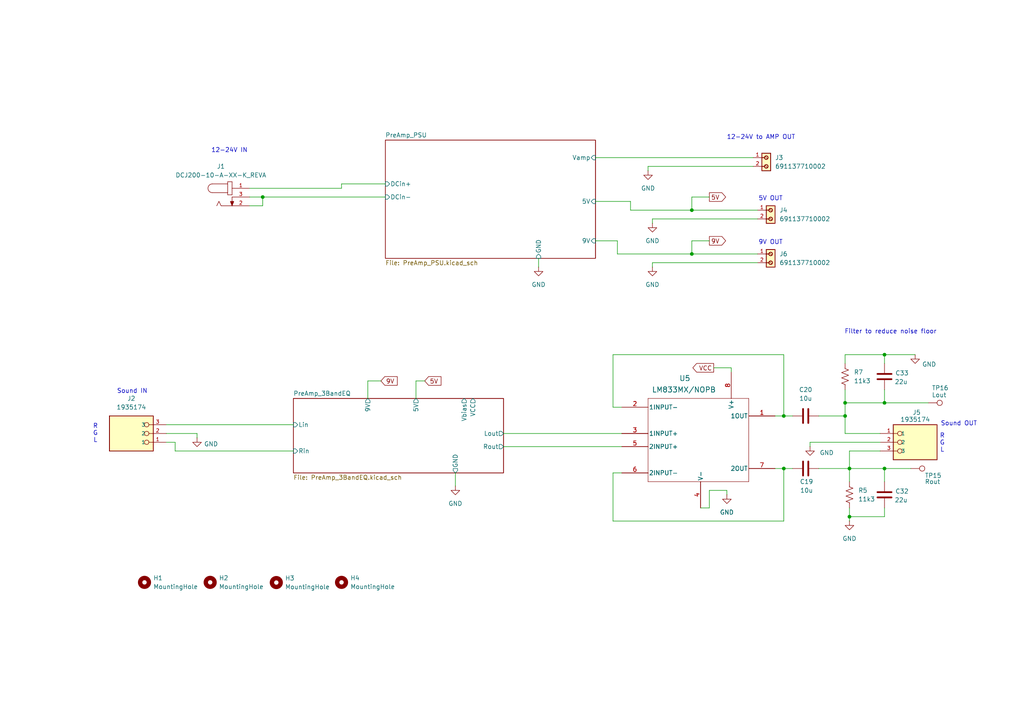
<source format=kicad_sch>
(kicad_sch
	(version 20231120)
	(generator "eeschema")
	(generator_version "8.0")
	(uuid "eaeb9b86-8a74-4255-ae54-d0e3dce1e511")
	(paper "A4")
	(title_block
		(title "PreAmpEQ")
		(date "2025-03-09")
		(rev "1.1")
		(comment 1 "By: JZ")
		(comment 2 "P-ID: 001")
	)
	(lib_symbols
		(symbol "Connector:TestPoint"
			(pin_numbers hide)
			(pin_names
				(offset 0.762) hide)
			(exclude_from_sim no)
			(in_bom yes)
			(on_board yes)
			(property "Reference" "TP"
				(at 0 6.858 0)
				(effects
					(font
						(size 1.27 1.27)
					)
				)
			)
			(property "Value" "TestPoint"
				(at 0 5.08 0)
				(effects
					(font
						(size 1.27 1.27)
					)
				)
			)
			(property "Footprint" ""
				(at 5.08 0 0)
				(effects
					(font
						(size 1.27 1.27)
					)
					(hide yes)
				)
			)
			(property "Datasheet" "~"
				(at 5.08 0 0)
				(effects
					(font
						(size 1.27 1.27)
					)
					(hide yes)
				)
			)
			(property "Description" "test point"
				(at 0 0 0)
				(effects
					(font
						(size 1.27 1.27)
					)
					(hide yes)
				)
			)
			(property "ki_keywords" "test point tp"
				(at 0 0 0)
				(effects
					(font
						(size 1.27 1.27)
					)
					(hide yes)
				)
			)
			(property "ki_fp_filters" "Pin* Test*"
				(at 0 0 0)
				(effects
					(font
						(size 1.27 1.27)
					)
					(hide yes)
				)
			)
			(symbol "TestPoint_0_1"
				(circle
					(center 0 3.302)
					(radius 0.762)
					(stroke
						(width 0)
						(type default)
					)
					(fill
						(type none)
					)
				)
			)
			(symbol "TestPoint_1_1"
				(pin passive line
					(at 0 0 90)
					(length 2.54)
					(name "1"
						(effects
							(font
								(size 1.27 1.27)
							)
						)
					)
					(number "1"
						(effects
							(font
								(size 1.27 1.27)
							)
						)
					)
				)
			)
		)
		(symbol "DC_BarrelConnector:DCJ200-10-A-XX-K_REVA"
			(pin_names
				(offset 1.016)
			)
			(exclude_from_sim no)
			(in_bom yes)
			(on_board yes)
			(property "Reference" "J"
				(at -7.6272 5.0848 0)
				(effects
					(font
						(size 1.27 1.27)
					)
					(justify left bottom)
				)
			)
			(property "Value" "DCJ200-10-A-XX-K_REVA"
				(at -7.6313 -5.0875 0)
				(effects
					(font
						(size 1.27 1.27)
					)
					(justify left bottom)
				)
			)
			(property "Footprint" "DCJ200-10-A-XX-K_REVA:GCT_DCJ200-10-A-XX-K_REVA"
				(at 2.286 -7.366 0)
				(effects
					(font
						(size 1.27 1.27)
					)
					(justify bottom)
					(hide yes)
				)
			)
			(property "Datasheet" ""
				(at 0 0 0)
				(effects
					(font
						(size 1.27 1.27)
					)
					(hide yes)
				)
			)
			(property "Description" ""
				(at 0 0 0)
				(effects
					(font
						(size 1.27 1.27)
					)
					(hide yes)
				)
			)
			(property "PARTREV" "A"
				(at 0 0 0)
				(effects
					(font
						(size 1.27 1.27)
					)
					(justify bottom)
					(hide yes)
				)
			)
			(property "STANDARD" "Manufacturer Recommendations"
				(at 2.54 8.128 0)
				(effects
					(font
						(size 1.27 1.27)
					)
					(justify bottom)
					(hide yes)
				)
			)
			(property "SNAPEDA_PN" "DCJ200-10-A-K1-K"
				(at 2.54 -13.97 0)
				(effects
					(font
						(size 1.27 1.27)
					)
					(justify bottom)
					(hide yes)
				)
			)
			(property "MAXIMUM_PACKAGE_HEIGHT" "11 mm"
				(at 1.27 -11.684 0)
				(effects
					(font
						(size 1.27 1.27)
					)
					(justify bottom)
					(hide yes)
				)
			)
			(property "MANUFACTURER" "Global Connector Technology"
				(at 2.794 -9.906 0)
				(effects
					(font
						(size 1.27 1.27)
					)
					(justify bottom)
					(hide yes)
				)
			)
			(symbol "DCJ200-10-A-XX-K_REVA_0_0"
				(arc
					(start -5.715 3.81)
					(mid -6.9794 2.54)
					(end -5.715 1.27)
					(stroke
						(width 0.1524)
						(type default)
					)
					(fill
						(type none)
					)
				)
				(polyline
					(pts
						(xy -5.715 3.81) (xy -1.27 3.81)
					)
					(stroke
						(width 0.1524)
						(type default)
					)
					(fill
						(type none)
					)
				)
				(polyline
					(pts
						(xy -3.81 -1.27) (xy -4.445 -2.54)
					)
					(stroke
						(width 0.1524)
						(type default)
					)
					(fill
						(type none)
					)
				)
				(polyline
					(pts
						(xy -3.175 -2.54) (xy -3.81 -1.27)
					)
					(stroke
						(width 0.1524)
						(type default)
					)
					(fill
						(type none)
					)
				)
				(polyline
					(pts
						(xy -1.27 0.635) (xy 0 0.635)
					)
					(stroke
						(width 0.1524)
						(type default)
					)
					(fill
						(type none)
					)
				)
				(polyline
					(pts
						(xy -1.27 1.27) (xy -5.715 1.27)
					)
					(stroke
						(width 0.1524)
						(type default)
					)
					(fill
						(type none)
					)
				)
				(polyline
					(pts
						(xy -1.27 1.27) (xy -1.27 0.635)
					)
					(stroke
						(width 0.1524)
						(type default)
					)
					(fill
						(type none)
					)
				)
				(polyline
					(pts
						(xy -1.27 3.81) (xy -1.27 1.27)
					)
					(stroke
						(width 0.1524)
						(type default)
					)
					(fill
						(type none)
					)
				)
				(polyline
					(pts
						(xy -1.27 4.445) (xy -1.27 3.81)
					)
					(stroke
						(width 0.1524)
						(type default)
					)
					(fill
						(type none)
					)
				)
				(polyline
					(pts
						(xy 0 -2.54) (xy -3.175 -2.54)
					)
					(stroke
						(width 0.1524)
						(type default)
					)
					(fill
						(type none)
					)
				)
				(polyline
					(pts
						(xy 0 0) (xy 0 -2.54)
					)
					(stroke
						(width 0.1524)
						(type default)
					)
					(fill
						(type none)
					)
				)
				(polyline
					(pts
						(xy 0 0.635) (xy 0 4.445)
					)
					(stroke
						(width 0.1524)
						(type default)
					)
					(fill
						(type none)
					)
				)
				(polyline
					(pts
						(xy 0 4.445) (xy -1.27 4.445)
					)
					(stroke
						(width 0.1524)
						(type default)
					)
					(fill
						(type none)
					)
				)
				(polyline
					(pts
						(xy 0 -2.54) (xy -0.508 -1.27) (xy 0.508 -1.27) (xy 0 -2.54)
					)
					(stroke
						(width 0.1524)
						(type default)
					)
					(fill
						(type outline)
					)
				)
				(pin passive line
					(at 5.08 2.54 180)
					(length 5.08)
					(name "~"
						(effects
							(font
								(size 1.016 1.016)
							)
						)
					)
					(number "1"
						(effects
							(font
								(size 1.016 1.016)
							)
						)
					)
				)
				(pin passive line
					(at 5.08 -2.54 180)
					(length 5.08)
					(name "~"
						(effects
							(font
								(size 1.016 1.016)
							)
						)
					)
					(number "2"
						(effects
							(font
								(size 1.016 1.016)
							)
						)
					)
				)
				(pin passive line
					(at 5.08 0 180)
					(length 5.08)
					(name "~"
						(effects
							(font
								(size 1.016 1.016)
							)
						)
					)
					(number "3"
						(effects
							(font
								(size 1.016 1.016)
							)
						)
					)
				)
			)
		)
		(symbol "Device:C"
			(pin_numbers hide)
			(pin_names
				(offset 0.254)
			)
			(exclude_from_sim no)
			(in_bom yes)
			(on_board yes)
			(property "Reference" "C"
				(at 0.635 2.54 0)
				(effects
					(font
						(size 1.27 1.27)
					)
					(justify left)
				)
			)
			(property "Value" "C"
				(at 0.635 -2.54 0)
				(effects
					(font
						(size 1.27 1.27)
					)
					(justify left)
				)
			)
			(property "Footprint" ""
				(at 0.9652 -3.81 0)
				(effects
					(font
						(size 1.27 1.27)
					)
					(hide yes)
				)
			)
			(property "Datasheet" "~"
				(at 0 0 0)
				(effects
					(font
						(size 1.27 1.27)
					)
					(hide yes)
				)
			)
			(property "Description" "Unpolarized capacitor"
				(at 0 0 0)
				(effects
					(font
						(size 1.27 1.27)
					)
					(hide yes)
				)
			)
			(property "ki_keywords" "cap capacitor"
				(at 0 0 0)
				(effects
					(font
						(size 1.27 1.27)
					)
					(hide yes)
				)
			)
			(property "ki_fp_filters" "C_*"
				(at 0 0 0)
				(effects
					(font
						(size 1.27 1.27)
					)
					(hide yes)
				)
			)
			(symbol "C_0_1"
				(polyline
					(pts
						(xy -2.032 -0.762) (xy 2.032 -0.762)
					)
					(stroke
						(width 0.508)
						(type default)
					)
					(fill
						(type none)
					)
				)
				(polyline
					(pts
						(xy -2.032 0.762) (xy 2.032 0.762)
					)
					(stroke
						(width 0.508)
						(type default)
					)
					(fill
						(type none)
					)
				)
			)
			(symbol "C_1_1"
				(pin passive line
					(at 0 3.81 270)
					(length 2.794)
					(name "~"
						(effects
							(font
								(size 1.27 1.27)
							)
						)
					)
					(number "1"
						(effects
							(font
								(size 1.27 1.27)
							)
						)
					)
				)
				(pin passive line
					(at 0 -3.81 90)
					(length 2.794)
					(name "~"
						(effects
							(font
								(size 1.27 1.27)
							)
						)
					)
					(number "2"
						(effects
							(font
								(size 1.27 1.27)
							)
						)
					)
				)
			)
		)
		(symbol "Device:R_US"
			(pin_numbers hide)
			(pin_names
				(offset 0)
			)
			(exclude_from_sim no)
			(in_bom yes)
			(on_board yes)
			(property "Reference" "R"
				(at 2.54 0 90)
				(effects
					(font
						(size 1.27 1.27)
					)
				)
			)
			(property "Value" "R_US"
				(at -2.54 0 90)
				(effects
					(font
						(size 1.27 1.27)
					)
				)
			)
			(property "Footprint" ""
				(at 1.016 -0.254 90)
				(effects
					(font
						(size 1.27 1.27)
					)
					(hide yes)
				)
			)
			(property "Datasheet" "~"
				(at 0 0 0)
				(effects
					(font
						(size 1.27 1.27)
					)
					(hide yes)
				)
			)
			(property "Description" "Resistor, US symbol"
				(at 0 0 0)
				(effects
					(font
						(size 1.27 1.27)
					)
					(hide yes)
				)
			)
			(property "ki_keywords" "R res resistor"
				(at 0 0 0)
				(effects
					(font
						(size 1.27 1.27)
					)
					(hide yes)
				)
			)
			(property "ki_fp_filters" "R_*"
				(at 0 0 0)
				(effects
					(font
						(size 1.27 1.27)
					)
					(hide yes)
				)
			)
			(symbol "R_US_0_1"
				(polyline
					(pts
						(xy 0 -2.286) (xy 0 -2.54)
					)
					(stroke
						(width 0)
						(type default)
					)
					(fill
						(type none)
					)
				)
				(polyline
					(pts
						(xy 0 2.286) (xy 0 2.54)
					)
					(stroke
						(width 0)
						(type default)
					)
					(fill
						(type none)
					)
				)
				(polyline
					(pts
						(xy 0 -0.762) (xy 1.016 -1.143) (xy 0 -1.524) (xy -1.016 -1.905) (xy 0 -2.286)
					)
					(stroke
						(width 0)
						(type default)
					)
					(fill
						(type none)
					)
				)
				(polyline
					(pts
						(xy 0 0.762) (xy 1.016 0.381) (xy 0 0) (xy -1.016 -0.381) (xy 0 -0.762)
					)
					(stroke
						(width 0)
						(type default)
					)
					(fill
						(type none)
					)
				)
				(polyline
					(pts
						(xy 0 2.286) (xy 1.016 1.905) (xy 0 1.524) (xy -1.016 1.143) (xy 0 0.762)
					)
					(stroke
						(width 0)
						(type default)
					)
					(fill
						(type none)
					)
				)
			)
			(symbol "R_US_1_1"
				(pin passive line
					(at 0 3.81 270)
					(length 1.27)
					(name "~"
						(effects
							(font
								(size 1.27 1.27)
							)
						)
					)
					(number "1"
						(effects
							(font
								(size 1.27 1.27)
							)
						)
					)
				)
				(pin passive line
					(at 0 -3.81 90)
					(length 1.27)
					(name "~"
						(effects
							(font
								(size 1.27 1.27)
							)
						)
					)
					(number "2"
						(effects
							(font
								(size 1.27 1.27)
							)
						)
					)
				)
			)
		)
		(symbol "LM833MX:LM833MX_NOPB"
			(pin_names
				(offset 0.254)
			)
			(exclude_from_sim no)
			(in_bom yes)
			(on_board yes)
			(property "Reference" "U3"
				(at 18.288 10.922 0)
				(effects
					(font
						(size 1.524 1.524)
					)
				)
			)
			(property "Value" "LM833MX/NOPB"
				(at 18.034 7.62 0)
				(effects
					(font
						(size 1.524 1.524)
					)
				)
			)
			(property "Footprint" "LM833MX:M08A_TEX"
				(at 0 0 0)
				(effects
					(font
						(size 1.27 1.27)
						(italic yes)
					)
					(hide yes)
				)
			)
			(property "Datasheet" "LM833MX/NOPB"
				(at 0 0 0)
				(effects
					(font
						(size 1.27 1.27)
						(italic yes)
					)
					(hide yes)
				)
			)
			(property "Description" ""
				(at 0 0 0)
				(effects
					(font
						(size 1.27 1.27)
					)
					(hide yes)
				)
			)
			(property "ki_locked" ""
				(at 0 0 0)
				(effects
					(font
						(size 1.27 1.27)
					)
				)
			)
			(property "ki_keywords" "LM833MX/NOPB"
				(at 0 0 0)
				(effects
					(font
						(size 1.27 1.27)
					)
					(hide yes)
				)
			)
			(property "ki_fp_filters" "M08A_TEX M08A_TEX-M M08A_TEX-L"
				(at 0 0 0)
				(effects
					(font
						(size 1.27 1.27)
					)
					(hide yes)
				)
			)
			(symbol "LM833MX_NOPB_0_1"
				(polyline
					(pts
						(xy 7.62 -19.05) (xy 36.83 -19.05)
					)
					(stroke
						(width 0.127)
						(type default)
					)
					(fill
						(type none)
					)
				)
				(polyline
					(pts
						(xy 7.62 5.08) (xy 7.62 -19.05)
					)
					(stroke
						(width 0.127)
						(type default)
					)
					(fill
						(type none)
					)
				)
				(polyline
					(pts
						(xy 36.83 -19.05) (xy 36.83 5.08)
					)
					(stroke
						(width 0.127)
						(type default)
					)
					(fill
						(type none)
					)
				)
				(polyline
					(pts
						(xy 36.83 5.08) (xy 7.62 5.08)
					)
					(stroke
						(width 0.127)
						(type default)
					)
					(fill
						(type none)
					)
				)
				(pin unspecified line
					(at 44.45 0 180)
					(length 7.62)
					(name "1OUT"
						(effects
							(font
								(size 1.27 1.27)
							)
						)
					)
					(number "1"
						(effects
							(font
								(size 1.27 1.27)
							)
						)
					)
				)
				(pin unspecified line
					(at 0 2.54 0)
					(length 7.62)
					(name "1INPUT-"
						(effects
							(font
								(size 1.27 1.27)
							)
						)
					)
					(number "2"
						(effects
							(font
								(size 1.27 1.27)
							)
						)
					)
				)
				(pin unspecified line
					(at 0 -5.08 0)
					(length 7.62)
					(name "1INPUT+"
						(effects
							(font
								(size 1.27 1.27)
							)
						)
					)
					(number "3"
						(effects
							(font
								(size 1.27 1.27)
							)
						)
					)
				)
				(pin unspecified line
					(at 22.86 -26.67 90)
					(length 7.62)
					(name "V-"
						(effects
							(font
								(size 1.27 1.27)
							)
						)
					)
					(number "4"
						(effects
							(font
								(size 1.27 1.27)
							)
						)
					)
				)
				(pin unspecified line
					(at 0 -8.89 0)
					(length 7.62)
					(name "2INPUT+"
						(effects
							(font
								(size 1.27 1.27)
							)
						)
					)
					(number "5"
						(effects
							(font
								(size 1.27 1.27)
							)
						)
					)
				)
				(pin unspecified line
					(at 0 -16.51 0)
					(length 7.62)
					(name "2INPUT-"
						(effects
							(font
								(size 1.27 1.27)
							)
						)
					)
					(number "6"
						(effects
							(font
								(size 1.27 1.27)
							)
						)
					)
				)
				(pin unspecified line
					(at 44.45 -15.24 180)
					(length 7.62)
					(name "2OUT"
						(effects
							(font
								(size 1.27 1.27)
							)
						)
					)
					(number "7"
						(effects
							(font
								(size 1.27 1.27)
							)
						)
					)
				)
				(pin unspecified line
					(at 31.75 12.7 270)
					(length 7.62)
					(name "V+"
						(effects
							(font
								(size 1.27 1.27)
							)
						)
					)
					(number "8"
						(effects
							(font
								(size 1.27 1.27)
							)
						)
					)
				)
			)
		)
		(symbol "Mechanical:MountingHole"
			(pin_names
				(offset 1.016)
			)
			(exclude_from_sim yes)
			(in_bom no)
			(on_board yes)
			(property "Reference" "H"
				(at 0 5.08 0)
				(effects
					(font
						(size 1.27 1.27)
					)
				)
			)
			(property "Value" "MountingHole"
				(at 0 3.175 0)
				(effects
					(font
						(size 1.27 1.27)
					)
				)
			)
			(property "Footprint" ""
				(at 0 0 0)
				(effects
					(font
						(size 1.27 1.27)
					)
					(hide yes)
				)
			)
			(property "Datasheet" "~"
				(at 0 0 0)
				(effects
					(font
						(size 1.27 1.27)
					)
					(hide yes)
				)
			)
			(property "Description" "Mounting Hole without connection"
				(at 0 0 0)
				(effects
					(font
						(size 1.27 1.27)
					)
					(hide yes)
				)
			)
			(property "ki_keywords" "mounting hole"
				(at 0 0 0)
				(effects
					(font
						(size 1.27 1.27)
					)
					(hide yes)
				)
			)
			(property "ki_fp_filters" "MountingHole*"
				(at 0 0 0)
				(effects
					(font
						(size 1.27 1.27)
					)
					(hide yes)
				)
			)
			(symbol "MountingHole_0_1"
				(circle
					(center 0 0)
					(radius 1.27)
					(stroke
						(width 1.27)
						(type default)
					)
					(fill
						(type none)
					)
				)
			)
		)
		(symbol "TERM BLK 2POS:691137710002"
			(pin_names
				(offset 1.016)
			)
			(exclude_from_sim no)
			(in_bom yes)
			(on_board yes)
			(property "Reference" "J"
				(at -4.88 -0.922 0)
				(effects
					(font
						(size 1.27 1.27)
					)
					(justify right bottom)
				)
			)
			(property "Value" "691137710002"
				(at 0 0 0)
				(effects
					(font
						(size 1.27 1.27)
					)
					(justify bottom)
					(hide yes)
				)
			)
			(property "Footprint" "691137710002:691137710002"
				(at 0 0 0)
				(effects
					(font
						(size 1.27 1.27)
					)
					(justify bottom)
					(hide yes)
				)
			)
			(property "Datasheet" ""
				(at 0 0 0)
				(effects
					(font
						(size 1.27 1.27)
					)
					(hide yes)
				)
			)
			(property "Description" ""
				(at 0 0 0)
				(effects
					(font
						(size 1.27 1.27)
					)
					(hide yes)
				)
			)
			(property "WIRE" "12 to 30 (AWG) 3.31 to 0.05 (mm²)"
				(at 0 0 0)
				(effects
					(font
						(size 1.27 1.27)
					)
					(justify bottom)
					(hide yes)
				)
			)
			(property "MOUNT" "THT"
				(at 0 0 0)
				(effects
					(font
						(size 1.27 1.27)
					)
					(justify bottom)
					(hide yes)
				)
			)
			(property "IR-VDE" "24A"
				(at 0 0 0)
				(effects
					(font
						(size 1.27 1.27)
					)
					(justify bottom)
					(hide yes)
				)
			)
			(property "IR-UL" "16A"
				(at 0 0 0)
				(effects
					(font
						(size 1.27 1.27)
					)
					(justify bottom)
					(hide yes)
				)
			)
			(property "WORKING-VOLTAGE-UL" "300V(AC)"
				(at 0 0 0)
				(effects
					(font
						(size 1.27 1.27)
					)
					(justify bottom)
					(hide yes)
				)
			)
			(property "PART-NUMBER" "691137710002"
				(at 0 0 0)
				(effects
					(font
						(size 1.27 1.27)
					)
					(justify bottom)
					(hide yes)
				)
			)
			(property "DATASHEET-URL" "https://www.we-online.com/catalog/datasheet/691137710002.pdf"
				(at 0 0 0)
				(effects
					(font
						(size 1.27 1.27)
					)
					(justify bottom)
					(hide yes)
				)
			)
			(property "PITCH" "5mm"
				(at 0 0 0)
				(effects
					(font
						(size 1.27 1.27)
					)
					(justify bottom)
					(hide yes)
				)
			)
			(property "PINS" "2"
				(at 0 0 0)
				(effects
					(font
						(size 1.27 1.27)
					)
					(justify bottom)
					(hide yes)
				)
			)
			(property "WORKING-VOLTAGE-VDE" "250V(AC)"
				(at 0 0 0)
				(effects
					(font
						(size 1.27 1.27)
					)
					(justify bottom)
					(hide yes)
				)
			)
			(property "TYPE" "Horizontal"
				(at 0 0 0)
				(effects
					(font
						(size 1.27 1.27)
					)
					(justify bottom)
					(hide yes)
				)
			)
			(symbol "691137710002_0_0"
				(rectangle
					(start -3.81 -2.54)
					(end 1.27 0)
					(stroke
						(width 0.254)
						(type default)
					)
					(fill
						(type background)
					)
				)
				(circle
					(center -2.54 -1.27)
					(radius 0.508)
					(stroke
						(width 0.254)
						(type default)
					)
					(fill
						(type none)
					)
				)
				(circle
					(center 0 -1.27)
					(radius 0.508)
					(stroke
						(width 0.254)
						(type default)
					)
					(fill
						(type none)
					)
				)
				(polyline
					(pts
						(xy -2.54 -1.778) (xy -2.54 -2.54)
					)
					(stroke
						(width 0.254)
						(type default)
					)
					(fill
						(type none)
					)
				)
				(polyline
					(pts
						(xy -2.286 -1.016) (xy -2.794 -1.524)
					)
					(stroke
						(width 0.1524)
						(type default)
					)
					(fill
						(type none)
					)
				)
				(polyline
					(pts
						(xy 0 -1.778) (xy 0 -2.54)
					)
					(stroke
						(width 0.254)
						(type default)
					)
					(fill
						(type none)
					)
				)
				(polyline
					(pts
						(xy 0.254 -1.016) (xy -0.254 -1.524)
					)
					(stroke
						(width 0.1524)
						(type default)
					)
					(fill
						(type none)
					)
				)
				(pin passive line
					(at -2.54 -5.08 90)
					(length 2.54)
					(name "~"
						(effects
							(font
								(size 1.016 1.016)
							)
						)
					)
					(number "1"
						(effects
							(font
								(size 1.016 1.016)
							)
						)
					)
				)
				(pin passive line
					(at 0 -5.08 90)
					(length 2.54)
					(name "~"
						(effects
							(font
								(size 1.016 1.016)
							)
						)
					)
					(number "2"
						(effects
							(font
								(size 1.016 1.016)
							)
						)
					)
				)
			)
		)
		(symbol "TERM BLK 3POS:1935174"
			(pin_names
				(offset 1.016)
			)
			(exclude_from_sim no)
			(in_bom yes)
			(on_board yes)
			(property "Reference" "J"
				(at -6.85 5.08 0)
				(effects
					(font
						(size 1.27 1.27)
					)
					(justify left bottom)
				)
			)
			(property "Value" "1935174"
				(at -6.35 -7.62 0)
				(effects
					(font
						(size 1.27 1.27)
					)
					(justify left bottom)
				)
			)
			(property "Footprint" "1935174:PHOENIX_1935174"
				(at 0 0 0)
				(effects
					(font
						(size 1.27 1.27)
					)
					(justify bottom)
					(hide yes)
				)
			)
			(property "Datasheet" ""
				(at 0 0 0)
				(effects
					(font
						(size 1.27 1.27)
					)
					(hide yes)
				)
			)
			(property "Description" ""
				(at 0 0 0)
				(effects
					(font
						(size 1.27 1.27)
					)
					(hide yes)
				)
			)
			(property "MANUFACTURER" "PHOENIX"
				(at 0 0 0)
				(effects
					(font
						(size 1.27 1.27)
					)
					(justify bottom)
					(hide yes)
				)
			)
			(symbol "1935174_0_0"
				(rectangle
					(start -6.35 -5.08)
					(end 6.35 5.08)
					(stroke
						(width 0.254)
						(type default)
					)
					(fill
						(type background)
					)
				)
				(circle
					(center -4.445 -2.54)
					(radius 0.635)
					(stroke
						(width 0.1524)
						(type default)
					)
					(fill
						(type none)
					)
				)
				(circle
					(center -4.445 0)
					(radius 0.635)
					(stroke
						(width 0.1524)
						(type default)
					)
					(fill
						(type none)
					)
				)
				(circle
					(center -4.445 2.54)
					(radius 0.635)
					(stroke
						(width 0.1524)
						(type default)
					)
					(fill
						(type none)
					)
				)
				(pin passive line
					(at -10.16 2.54 0)
					(length 5.08)
					(name "1"
						(effects
							(font
								(size 1.016 1.016)
							)
						)
					)
					(number "1"
						(effects
							(font
								(size 1.016 1.016)
							)
						)
					)
				)
				(pin passive line
					(at -10.16 0 0)
					(length 5.08)
					(name "2"
						(effects
							(font
								(size 1.016 1.016)
							)
						)
					)
					(number "2"
						(effects
							(font
								(size 1.016 1.016)
							)
						)
					)
				)
				(pin passive line
					(at -10.16 -2.54 0)
					(length 5.08)
					(name "3"
						(effects
							(font
								(size 1.016 1.016)
							)
						)
					)
					(number "3"
						(effects
							(font
								(size 1.016 1.016)
							)
						)
					)
				)
			)
		)
		(symbol "power:GND"
			(power)
			(pin_numbers hide)
			(pin_names
				(offset 0) hide)
			(exclude_from_sim no)
			(in_bom yes)
			(on_board yes)
			(property "Reference" "#PWR"
				(at 0 -6.35 0)
				(effects
					(font
						(size 1.27 1.27)
					)
					(hide yes)
				)
			)
			(property "Value" "GND"
				(at 0 -3.81 0)
				(effects
					(font
						(size 1.27 1.27)
					)
				)
			)
			(property "Footprint" ""
				(at 0 0 0)
				(effects
					(font
						(size 1.27 1.27)
					)
					(hide yes)
				)
			)
			(property "Datasheet" ""
				(at 0 0 0)
				(effects
					(font
						(size 1.27 1.27)
					)
					(hide yes)
				)
			)
			(property "Description" "Power symbol creates a global label with name \"GND\" , ground"
				(at 0 0 0)
				(effects
					(font
						(size 1.27 1.27)
					)
					(hide yes)
				)
			)
			(property "ki_keywords" "global power"
				(at 0 0 0)
				(effects
					(font
						(size 1.27 1.27)
					)
					(hide yes)
				)
			)
			(symbol "GND_0_1"
				(polyline
					(pts
						(xy 0 0) (xy 0 -1.27) (xy 1.27 -1.27) (xy 0 -2.54) (xy -1.27 -1.27) (xy 0 -1.27)
					)
					(stroke
						(width 0)
						(type default)
					)
					(fill
						(type none)
					)
				)
			)
			(symbol "GND_1_1"
				(pin power_in line
					(at 0 0 270)
					(length 0)
					(name "~"
						(effects
							(font
								(size 1.27 1.27)
							)
						)
					)
					(number "1"
						(effects
							(font
								(size 1.27 1.27)
							)
						)
					)
				)
			)
		)
	)
	(junction
		(at 246.38 135.89)
		(diameter 0)
		(color 0 0 0 0)
		(uuid "05b5cf30-d1c9-4ff8-afc3-efb77a4fef30")
	)
	(junction
		(at 227.33 135.89)
		(diameter 0)
		(color 0 0 0 0)
		(uuid "0a97ee52-36f3-4c6b-8374-9bd0e8b96f26")
	)
	(junction
		(at 246.38 149.86)
		(diameter 0)
		(color 0 0 0 0)
		(uuid "183d3d7b-04bf-4399-ac0b-5daa2e5aad9a")
	)
	(junction
		(at 245.11 120.65)
		(diameter 0)
		(color 0 0 0 0)
		(uuid "1a2a0f8d-b8e2-4b64-8fc3-a4e24ad49352")
	)
	(junction
		(at 256.54 102.87)
		(diameter 0)
		(color 0 0 0 0)
		(uuid "2026a1b2-be82-4a7f-9199-dfa7cf4cc302")
	)
	(junction
		(at 76.2 57.15)
		(diameter 0)
		(color 0 0 0 0)
		(uuid "3c6266d3-16e7-4f3f-a389-b124d0b1abf5")
	)
	(junction
		(at 200.66 73.66)
		(diameter 0)
		(color 0 0 0 0)
		(uuid "493ed1de-1cd1-4736-a42a-7f3a1e4af3e3")
	)
	(junction
		(at 245.11 116.84)
		(diameter 0)
		(color 0 0 0 0)
		(uuid "6f577414-3d54-417d-8c27-f9c3cd6574f6")
	)
	(junction
		(at 256.54 116.84)
		(diameter 0)
		(color 0 0 0 0)
		(uuid "af144e4e-bd64-4772-bd2e-73a34f0ccbdf")
	)
	(junction
		(at 200.66 60.96)
		(diameter 0)
		(color 0 0 0 0)
		(uuid "bb26736e-8a66-4299-b49c-ebbf700b6204")
	)
	(junction
		(at 227.33 120.65)
		(diameter 0)
		(color 0 0 0 0)
		(uuid "e9276f13-6ff4-4886-b228-66b3628e44fa")
	)
	(junction
		(at 256.54 135.89)
		(diameter 0)
		(color 0 0 0 0)
		(uuid "f84ab7d1-cb19-4a65-ba70-7152a8072e51")
	)
	(wire
		(pts
			(xy 237.49 135.89) (xy 246.38 135.89)
		)
		(stroke
			(width 0)
			(type default)
		)
		(uuid "045cdf6c-bf84-491d-834e-db7d2c341d3f")
	)
	(wire
		(pts
			(xy 212.09 106.68) (xy 207.01 106.68)
		)
		(stroke
			(width 0)
			(type default)
		)
		(uuid "059b74c4-77ff-47bb-9a18-d3e53a145d41")
	)
	(wire
		(pts
			(xy 182.88 58.42) (xy 182.88 60.96)
		)
		(stroke
			(width 0)
			(type default)
		)
		(uuid "0deccd55-ff85-40d4-b548-d3f1de141ebb")
	)
	(wire
		(pts
			(xy 234.95 128.27) (xy 234.95 129.54)
		)
		(stroke
			(width 0)
			(type default)
		)
		(uuid "0f628009-1073-4a7c-bef8-50c60d4f6996")
	)
	(wire
		(pts
			(xy 246.38 147.32) (xy 246.38 149.86)
		)
		(stroke
			(width 0)
			(type default)
		)
		(uuid "0fdb1da0-121c-40ca-ae51-959fba907fc9")
	)
	(wire
		(pts
			(xy 246.38 135.89) (xy 246.38 139.7)
		)
		(stroke
			(width 0)
			(type default)
		)
		(uuid "11b1ff93-ac85-43d3-a0d3-167ca79f895a")
	)
	(wire
		(pts
			(xy 50.8 130.81) (xy 85.09 130.81)
		)
		(stroke
			(width 0)
			(type default)
		)
		(uuid "13dd3ca8-bee1-4c9e-a791-62950b9ef72d")
	)
	(wire
		(pts
			(xy 210.82 142.24) (xy 205.74 142.24)
		)
		(stroke
			(width 0)
			(type default)
		)
		(uuid "14a9dcd0-0c0b-4572-b066-c775335ba2fb")
	)
	(wire
		(pts
			(xy 246.38 135.89) (xy 256.54 135.89)
		)
		(stroke
			(width 0)
			(type default)
		)
		(uuid "179ae064-5903-46f9-9613-9904648fd42e")
	)
	(wire
		(pts
			(xy 245.11 116.84) (xy 256.54 116.84)
		)
		(stroke
			(width 0)
			(type default)
		)
		(uuid "17fe080e-38f1-4ca2-98be-f31aaa87b5d9")
	)
	(wire
		(pts
			(xy 182.88 60.96) (xy 200.66 60.96)
		)
		(stroke
			(width 0)
			(type default)
		)
		(uuid "1aebcf4f-1aca-49db-800f-ff1f74f89d33")
	)
	(wire
		(pts
			(xy 72.39 59.69) (xy 76.2 59.69)
		)
		(stroke
			(width 0)
			(type default)
		)
		(uuid "1e256afc-706b-4c2f-a790-eff0a395e222")
	)
	(wire
		(pts
			(xy 219.71 76.2) (xy 189.23 76.2)
		)
		(stroke
			(width 0)
			(type default)
		)
		(uuid "205ab145-4500-456e-b1d8-8495c76463da")
	)
	(wire
		(pts
			(xy 123.19 110.49) (xy 120.65 110.49)
		)
		(stroke
			(width 0)
			(type default)
		)
		(uuid "245ce1dc-a539-4908-b14d-3f3f4a487a1b")
	)
	(wire
		(pts
			(xy 106.68 110.49) (xy 106.68 115.57)
		)
		(stroke
			(width 0)
			(type default)
		)
		(uuid "25132c50-46c9-4ac2-b2fa-bdc81b1748de")
	)
	(wire
		(pts
			(xy 57.15 125.73) (xy 57.15 127)
		)
		(stroke
			(width 0)
			(type default)
		)
		(uuid "2665b393-c060-4d63-8110-88eeedb477ac")
	)
	(wire
		(pts
			(xy 146.05 129.54) (xy 180.34 129.54)
		)
		(stroke
			(width 0)
			(type default)
		)
		(uuid "294f6cce-9597-4bdd-a495-c18a07e675e0")
	)
	(wire
		(pts
			(xy 256.54 102.87) (xy 245.11 102.87)
		)
		(stroke
			(width 0)
			(type default)
		)
		(uuid "29dba12e-b4f8-4967-ba26-e93b3d24b8e3")
	)
	(wire
		(pts
			(xy 227.33 135.89) (xy 229.87 135.89)
		)
		(stroke
			(width 0)
			(type default)
		)
		(uuid "2f44eec0-6af8-4d16-90d1-38f9dd07f3a5")
	)
	(wire
		(pts
			(xy 246.38 151.13) (xy 246.38 149.86)
		)
		(stroke
			(width 0)
			(type default)
		)
		(uuid "30a15cb0-ce90-4b77-a9d1-8b4ce055906f")
	)
	(wire
		(pts
			(xy 177.8 137.16) (xy 177.8 151.13)
		)
		(stroke
			(width 0)
			(type default)
		)
		(uuid "35c628cf-fa29-4190-804e-55d9766fac48")
	)
	(wire
		(pts
			(xy 256.54 147.32) (xy 256.54 149.86)
		)
		(stroke
			(width 0)
			(type default)
		)
		(uuid "3669363b-7762-4128-8689-3ea53c3a74c6")
	)
	(wire
		(pts
			(xy 110.49 110.49) (xy 106.68 110.49)
		)
		(stroke
			(width 0)
			(type default)
		)
		(uuid "3936cab3-8c73-4080-84ab-45a931f82612")
	)
	(wire
		(pts
			(xy 246.38 130.81) (xy 246.38 135.89)
		)
		(stroke
			(width 0)
			(type default)
		)
		(uuid "39f7642a-ae42-4510-b31b-dce289e374d8")
	)
	(wire
		(pts
			(xy 172.72 58.42) (xy 182.88 58.42)
		)
		(stroke
			(width 0)
			(type default)
		)
		(uuid "3c95387b-8238-4fc9-960c-34c274afcdb2")
	)
	(wire
		(pts
			(xy 256.54 149.86) (xy 246.38 149.86)
		)
		(stroke
			(width 0)
			(type default)
		)
		(uuid "3e4269ef-cc11-4966-a0b5-374baab98415")
	)
	(wire
		(pts
			(xy 234.95 128.27) (xy 255.27 128.27)
		)
		(stroke
			(width 0)
			(type default)
		)
		(uuid "3fcda4d6-7374-4963-940d-77bab2c55a22")
	)
	(wire
		(pts
			(xy 172.72 45.72) (xy 218.44 45.72)
		)
		(stroke
			(width 0)
			(type default)
		)
		(uuid "40a7c00d-3197-4e19-8a2e-7b230d9d1cf7")
	)
	(wire
		(pts
			(xy 245.11 113.03) (xy 245.11 116.84)
		)
		(stroke
			(width 0)
			(type default)
		)
		(uuid "451f3406-823c-468c-965f-d21c431f9e21")
	)
	(wire
		(pts
			(xy 245.11 102.87) (xy 245.11 105.41)
		)
		(stroke
			(width 0)
			(type default)
		)
		(uuid "4733fd0c-bbbb-4fbf-bb2f-ea026196cf3a")
	)
	(wire
		(pts
			(xy 76.2 59.69) (xy 76.2 57.15)
		)
		(stroke
			(width 0)
			(type default)
		)
		(uuid "47ef8d08-50d9-474b-8308-eab4b8bc3776")
	)
	(wire
		(pts
			(xy 177.8 102.87) (xy 177.8 118.11)
		)
		(stroke
			(width 0)
			(type default)
		)
		(uuid "49a5ac35-7382-4698-b619-b3257692c1ee")
	)
	(wire
		(pts
			(xy 256.54 135.89) (xy 264.16 135.89)
		)
		(stroke
			(width 0)
			(type default)
		)
		(uuid "4b0da0e2-11c3-4f8a-8834-996135200c8f")
	)
	(wire
		(pts
			(xy 245.11 116.84) (xy 245.11 120.65)
		)
		(stroke
			(width 0)
			(type default)
		)
		(uuid "53dedda0-db52-4cb3-ba1d-b347c1862624")
	)
	(wire
		(pts
			(xy 177.8 137.16) (xy 180.34 137.16)
		)
		(stroke
			(width 0)
			(type default)
		)
		(uuid "59545d0d-1fd9-48bd-a20e-02286a18b247")
	)
	(wire
		(pts
			(xy 205.74 147.32) (xy 203.2 147.32)
		)
		(stroke
			(width 0)
			(type default)
		)
		(uuid "5a91a006-d54f-4389-ac51-2cded47fbc68")
	)
	(wire
		(pts
			(xy 256.54 116.84) (xy 269.24 116.84)
		)
		(stroke
			(width 0)
			(type default)
		)
		(uuid "5efd9e82-406a-4520-b256-fe105c5cf35d")
	)
	(wire
		(pts
			(xy 227.33 102.87) (xy 227.33 120.65)
		)
		(stroke
			(width 0)
			(type default)
		)
		(uuid "63a3c0a9-219a-4621-ac3c-9803e2c170ba")
	)
	(wire
		(pts
			(xy 48.26 125.73) (xy 57.15 125.73)
		)
		(stroke
			(width 0)
			(type default)
		)
		(uuid "6907005e-cfcd-47b1-b4aa-44506e79aaaa")
	)
	(wire
		(pts
			(xy 205.74 142.24) (xy 205.74 147.32)
		)
		(stroke
			(width 0)
			(type default)
		)
		(uuid "69d217b7-ce77-41cc-8995-a6b8da8e9400")
	)
	(wire
		(pts
			(xy 210.82 142.24) (xy 210.82 143.51)
		)
		(stroke
			(width 0)
			(type default)
		)
		(uuid "6efa9709-4358-4f03-9b1c-85151f99831a")
	)
	(wire
		(pts
			(xy 177.8 102.87) (xy 227.33 102.87)
		)
		(stroke
			(width 0)
			(type default)
		)
		(uuid "72c8c692-cd4f-4fc4-a542-6ba05d26d035")
	)
	(wire
		(pts
			(xy 72.39 57.15) (xy 76.2 57.15)
		)
		(stroke
			(width 0)
			(type default)
		)
		(uuid "7324006a-9369-4109-878b-56eed7989ffe")
	)
	(wire
		(pts
			(xy 187.96 48.26) (xy 187.96 49.53)
		)
		(stroke
			(width 0)
			(type default)
		)
		(uuid "7993a9d9-ceab-4163-8108-e923eaa0ac8a")
	)
	(wire
		(pts
			(xy 224.79 120.65) (xy 227.33 120.65)
		)
		(stroke
			(width 0)
			(type default)
		)
		(uuid "7b769b67-0492-41bd-ad88-79b24b8f7ba9")
	)
	(wire
		(pts
			(xy 76.2 57.15) (xy 111.76 57.15)
		)
		(stroke
			(width 0)
			(type default)
		)
		(uuid "7caa99b4-f267-4744-acc1-aaf6960a5bee")
	)
	(wire
		(pts
			(xy 48.26 123.19) (xy 85.09 123.19)
		)
		(stroke
			(width 0)
			(type default)
		)
		(uuid "7e877c93-6326-4c1a-8487-01ea7f007ccf")
	)
	(wire
		(pts
			(xy 256.54 113.03) (xy 256.54 116.84)
		)
		(stroke
			(width 0)
			(type default)
		)
		(uuid "819ea2ec-d365-4889-8a83-573fd9d3d581")
	)
	(wire
		(pts
			(xy 200.66 73.66) (xy 219.71 73.66)
		)
		(stroke
			(width 0)
			(type default)
		)
		(uuid "829d054a-3c52-4f90-8075-f17ca7a0085d")
	)
	(wire
		(pts
			(xy 218.44 48.26) (xy 187.96 48.26)
		)
		(stroke
			(width 0)
			(type default)
		)
		(uuid "837b309c-a523-4476-8365-5994c53a1f8b")
	)
	(wire
		(pts
			(xy 189.23 63.5) (xy 189.23 64.77)
		)
		(stroke
			(width 0)
			(type default)
		)
		(uuid "8c8855ed-ee45-42b9-88f1-f2fbe268decf")
	)
	(wire
		(pts
			(xy 50.8 128.27) (xy 50.8 130.81)
		)
		(stroke
			(width 0)
			(type default)
		)
		(uuid "8efcecf0-a13c-4eb4-911c-68b030ab3ad2")
	)
	(wire
		(pts
			(xy 179.07 73.66) (xy 200.66 73.66)
		)
		(stroke
			(width 0)
			(type default)
		)
		(uuid "8f2171e6-a42e-474b-a914-ef5a207b2d1c")
	)
	(wire
		(pts
			(xy 177.8 151.13) (xy 227.33 151.13)
		)
		(stroke
			(width 0)
			(type default)
		)
		(uuid "9291b27c-8d9f-4036-9818-d2bddeab9058")
	)
	(wire
		(pts
			(xy 227.33 120.65) (xy 229.87 120.65)
		)
		(stroke
			(width 0)
			(type default)
		)
		(uuid "93975361-eda5-43cf-98e0-6f441fde3094")
	)
	(wire
		(pts
			(xy 132.08 137.16) (xy 132.08 140.97)
		)
		(stroke
			(width 0)
			(type default)
		)
		(uuid "99fdb95c-a822-4e82-997d-8a49a41e3c5c")
	)
	(wire
		(pts
			(xy 172.72 69.85) (xy 179.07 69.85)
		)
		(stroke
			(width 0)
			(type default)
		)
		(uuid "9c9c8353-d8ab-4341-97db-0e2f055d5306")
	)
	(wire
		(pts
			(xy 205.74 69.85) (xy 200.66 69.85)
		)
		(stroke
			(width 0)
			(type default)
		)
		(uuid "a16bed81-864c-4dc4-8844-154cbd051b6f")
	)
	(wire
		(pts
			(xy 200.66 69.85) (xy 200.66 73.66)
		)
		(stroke
			(width 0)
			(type default)
		)
		(uuid "a5b47cf2-58a8-4016-9e47-6ea8e81314da")
	)
	(wire
		(pts
			(xy 72.39 54.61) (xy 99.06 54.61)
		)
		(stroke
			(width 0)
			(type default)
		)
		(uuid "a72de6f5-c334-4650-91c4-6759834384b1")
	)
	(wire
		(pts
			(xy 219.71 63.5) (xy 189.23 63.5)
		)
		(stroke
			(width 0)
			(type default)
		)
		(uuid "b8f413c4-08e2-42c8-9462-989a93ec4ff2")
	)
	(wire
		(pts
			(xy 265.43 102.87) (xy 256.54 102.87)
		)
		(stroke
			(width 0)
			(type default)
		)
		(uuid "bf31fe0c-3dec-4eb3-8b99-e36c5948bc38")
	)
	(wire
		(pts
			(xy 189.23 76.2) (xy 189.23 77.47)
		)
		(stroke
			(width 0)
			(type default)
		)
		(uuid "c35223ac-abee-4930-b85e-105c380f672c")
	)
	(wire
		(pts
			(xy 224.79 135.89) (xy 227.33 135.89)
		)
		(stroke
			(width 0)
			(type default)
		)
		(uuid "c5ff573c-0a6c-426e-9521-a287a3f63d29")
	)
	(wire
		(pts
			(xy 180.34 118.11) (xy 177.8 118.11)
		)
		(stroke
			(width 0)
			(type default)
		)
		(uuid "c87659e0-2955-46c0-b99f-9dc1b1b26c92")
	)
	(wire
		(pts
			(xy 256.54 135.89) (xy 256.54 139.7)
		)
		(stroke
			(width 0)
			(type default)
		)
		(uuid "c943acb7-a18e-4d11-acfb-d996e2fadf8b")
	)
	(wire
		(pts
			(xy 237.49 120.65) (xy 245.11 120.65)
		)
		(stroke
			(width 0)
			(type default)
		)
		(uuid "ccbe7e72-30b0-4629-a2a7-501829ef1d4b")
	)
	(wire
		(pts
			(xy 205.74 57.15) (xy 200.66 57.15)
		)
		(stroke
			(width 0)
			(type default)
		)
		(uuid "cf42c35c-b731-447a-b539-467fefc5a6e5")
	)
	(wire
		(pts
			(xy 200.66 60.96) (xy 219.71 60.96)
		)
		(stroke
			(width 0)
			(type default)
		)
		(uuid "cf667241-3f96-46c8-9105-3e4a33683655")
	)
	(wire
		(pts
			(xy 156.21 74.93) (xy 156.21 77.47)
		)
		(stroke
			(width 0)
			(type default)
		)
		(uuid "cf92af44-5c24-407e-ae6c-4349122a3938")
	)
	(wire
		(pts
			(xy 212.09 107.95) (xy 212.09 106.68)
		)
		(stroke
			(width 0)
			(type default)
		)
		(uuid "d2c3ddbc-02ca-4449-b594-a57401f43d41")
	)
	(wire
		(pts
			(xy 48.26 128.27) (xy 50.8 128.27)
		)
		(stroke
			(width 0)
			(type default)
		)
		(uuid "d75c1698-3f3f-4099-b44b-4d0ffdd15de1")
	)
	(wire
		(pts
			(xy 245.11 125.73) (xy 245.11 120.65)
		)
		(stroke
			(width 0)
			(type default)
		)
		(uuid "d7b0d44b-267a-422a-8b40-949c6efb942d")
	)
	(wire
		(pts
			(xy 255.27 125.73) (xy 245.11 125.73)
		)
		(stroke
			(width 0)
			(type default)
		)
		(uuid "d9ee8c90-19ea-49ca-84a2-db33f71aa6e3")
	)
	(wire
		(pts
			(xy 255.27 130.81) (xy 246.38 130.81)
		)
		(stroke
			(width 0)
			(type default)
		)
		(uuid "e5fc9d33-ffa8-486a-97a7-343e1b8e2dbb")
	)
	(wire
		(pts
			(xy 200.66 57.15) (xy 200.66 60.96)
		)
		(stroke
			(width 0)
			(type default)
		)
		(uuid "efc27dbc-0424-40cb-bbaa-b374844d9f58")
	)
	(wire
		(pts
			(xy 256.54 102.87) (xy 256.54 105.41)
		)
		(stroke
			(width 0)
			(type default)
		)
		(uuid "f35959d1-ae2a-4be8-bde9-933fabe0d1d9")
	)
	(wire
		(pts
			(xy 120.65 110.49) (xy 120.65 115.57)
		)
		(stroke
			(width 0)
			(type default)
		)
		(uuid "f4d272b7-156d-4bc2-8936-b4c2d8701a10")
	)
	(wire
		(pts
			(xy 179.07 69.85) (xy 179.07 73.66)
		)
		(stroke
			(width 0)
			(type default)
		)
		(uuid "f61faef3-d5a0-4b85-aef0-ac8556bb8b02")
	)
	(wire
		(pts
			(xy 227.33 151.13) (xy 227.33 135.89)
		)
		(stroke
			(width 0)
			(type default)
		)
		(uuid "f6d09386-ea16-4295-b9e3-cbcf034b24b1")
	)
	(wire
		(pts
			(xy 99.06 53.34) (xy 111.76 53.34)
		)
		(stroke
			(width 0)
			(type default)
		)
		(uuid "f769dfd5-11c0-43cd-9105-d40417018932")
	)
	(wire
		(pts
			(xy 146.05 125.73) (xy 180.34 125.73)
		)
		(stroke
			(width 0)
			(type default)
		)
		(uuid "f910177d-dde3-4dbb-9c78-65f3b93b2144")
	)
	(wire
		(pts
			(xy 99.06 54.61) (xy 99.06 53.34)
		)
		(stroke
			(width 0)
			(type default)
		)
		(uuid "fa3f7de0-d813-49b2-9b1e-5ff09626639a")
	)
	(text "5V OUT"
		(exclude_from_sim no)
		(at 223.52 57.658 0)
		(effects
			(font
				(size 1.27 1.27)
			)
		)
		(uuid "4e60bebe-db03-43f3-a722-ea591396beaf")
	)
	(text "9V OUT"
		(exclude_from_sim no)
		(at 223.52 70.358 0)
		(effects
			(font
				(size 1.27 1.27)
			)
		)
		(uuid "580e01bf-ca40-41a2-8c14-b0fffe0885ec")
	)
	(text "12-24V IN"
		(exclude_from_sim no)
		(at 66.548 43.688 0)
		(effects
			(font
				(size 1.27 1.27)
			)
		)
		(uuid "7970ded0-5856-4651-87d6-ac1dad359a6e")
	)
	(text "Sound OUT\n"
		(exclude_from_sim no)
		(at 278.13 122.936 0)
		(effects
			(font
				(size 1.27 1.27)
			)
		)
		(uuid "8657657d-d9ce-484c-b651-b1bbeb7aa4d2")
	)
	(text "Filter to reduce noise floor"
		(exclude_from_sim no)
		(at 258.318 96.266 0)
		(effects
			(font
				(size 1.27 1.27)
			)
		)
		(uuid "93cda9a5-482e-46f4-b2f4-d58de08be5ba")
	)
	(text "Sound IN"
		(exclude_from_sim no)
		(at 38.354 113.538 0)
		(effects
			(font
				(size 1.27 1.27)
			)
		)
		(uuid "994d433f-ca36-4d30-a7a0-814850bff59e")
	)
	(text "12-24V to AMP OUT"
		(exclude_from_sim no)
		(at 220.726 39.878 0)
		(effects
			(font
				(size 1.27 1.27)
			)
		)
		(uuid "9e6afb75-9b71-452e-acb3-634c426e4eec")
	)
	(text "R\nG\nL"
		(exclude_from_sim no)
		(at 273.304 128.524 0)
		(effects
			(font
				(size 1.27 1.27)
			)
		)
		(uuid "bd8e291e-08b6-4efb-8c6e-feb06765a254")
	)
	(text "R\nG\nL"
		(exclude_from_sim no)
		(at 27.686 125.73 0)
		(effects
			(font
				(size 1.27 1.27)
			)
		)
		(uuid "db805cc0-a642-4742-9a8d-d0c4bfcad102")
	)
	(global_label "5V"
		(shape input)
		(at 123.19 110.49 0)
		(fields_autoplaced yes)
		(effects
			(font
				(size 1.27 1.27)
			)
			(justify left)
		)
		(uuid "0ed0f867-160f-4b15-9dcc-33ccd66c5754")
		(property "Intersheetrefs" "${INTERSHEET_REFS}"
			(at 128.4733 110.49 0)
			(effects
				(font
					(size 1.27 1.27)
				)
				(justify left)
				(hide yes)
			)
		)
	)
	(global_label "9V"
		(shape input)
		(at 110.49 110.49 0)
		(fields_autoplaced yes)
		(effects
			(font
				(size 1.27 1.27)
			)
			(justify left)
		)
		(uuid "295ab84a-f8cd-4cb5-9315-e87717b69a2c")
		(property "Intersheetrefs" "${INTERSHEET_REFS}"
			(at 115.7733 110.49 0)
			(effects
				(font
					(size 1.27 1.27)
				)
				(justify left)
				(hide yes)
			)
		)
	)
	(global_label "5V"
		(shape output)
		(at 205.74 57.15 0)
		(fields_autoplaced yes)
		(effects
			(font
				(size 1.27 1.27)
			)
			(justify left)
		)
		(uuid "b1d77947-df99-4860-a50f-1de0ccce4fe4")
		(property "Intersheetrefs" "${INTERSHEET_REFS}"
			(at 211.0233 57.15 0)
			(effects
				(font
					(size 1.27 1.27)
				)
				(justify left)
				(hide yes)
			)
		)
	)
	(global_label "9V"
		(shape output)
		(at 205.74 69.85 0)
		(fields_autoplaced yes)
		(effects
			(font
				(size 1.27 1.27)
			)
			(justify left)
		)
		(uuid "d549c04a-5a15-45ae-8ca0-c446ef034e77")
		(property "Intersheetrefs" "${INTERSHEET_REFS}"
			(at 211.0233 69.85 0)
			(effects
				(font
					(size 1.27 1.27)
				)
				(justify left)
				(hide yes)
			)
		)
	)
	(global_label "VCC"
		(shape output)
		(at 207.01 106.68 180)
		(fields_autoplaced yes)
		(effects
			(font
				(size 1.27 1.27)
			)
			(justify right)
		)
		(uuid "ec0c5b26-c279-4520-830c-47dd18bce34e")
		(property "Intersheetrefs" "${INTERSHEET_REFS}"
			(at 200.3962 106.68 0)
			(effects
				(font
					(size 1.27 1.27)
				)
				(justify right)
				(hide yes)
			)
		)
	)
	(symbol
		(lib_id "TERM BLK 3POS:1935174")
		(at 265.43 128.27 0)
		(unit 1)
		(exclude_from_sim no)
		(in_bom yes)
		(on_board yes)
		(dnp no)
		(uuid "0721dbe9-8b2b-4af9-853c-6dc8696bab5c")
		(property "Reference" "J5"
			(at 264.668 119.634 0)
			(effects
				(font
					(size 1.27 1.27)
				)
				(justify left)
			)
		)
		(property "Value" "1935174"
			(at 261.112 121.666 0)
			(effects
				(font
					(size 1.27 1.27)
				)
				(justify left)
			)
		)
		(property "Footprint" "TERM BLK 3POS:PHOENIX_1935174"
			(at 265.43 128.27 0)
			(effects
				(font
					(size 1.27 1.27)
				)
				(justify bottom)
				(hide yes)
			)
		)
		(property "Datasheet" ""
			(at 265.43 128.27 0)
			(effects
				(font
					(size 1.27 1.27)
				)
				(hide yes)
			)
		)
		(property "Description" ""
			(at 265.43 128.27 0)
			(effects
				(font
					(size 1.27 1.27)
				)
				(hide yes)
			)
		)
		(property "MANUFACTURER" "PHOENIX"
			(at 265.43 128.27 0)
			(effects
				(font
					(size 1.27 1.27)
				)
				(justify bottom)
				(hide yes)
			)
		)
		(pin "1"
			(uuid "c2e17acf-cef7-4bad-babb-972eef15db30")
		)
		(pin "3"
			(uuid "c8d4b4cd-5b81-4104-97f2-41a67e87cbd3")
		)
		(pin "2"
			(uuid "6bce1338-c2d5-4988-9658-fc1a7f4223b9")
		)
		(instances
			(project "PreAmpEQ"
				(path "/eaeb9b86-8a74-4255-ae54-d0e3dce1e511"
					(reference "J5")
					(unit 1)
				)
			)
		)
	)
	(symbol
		(lib_id "Device:C")
		(at 256.54 109.22 0)
		(unit 1)
		(exclude_from_sim no)
		(in_bom yes)
		(on_board yes)
		(dnp no)
		(uuid "074b4f07-7cb1-44f0-bbe0-aa67b6bee501")
		(property "Reference" "C33"
			(at 261.62 108.204 0)
			(effects
				(font
					(size 1.27 1.27)
				)
			)
		)
		(property "Value" "22u"
			(at 261.366 110.744 0)
			(effects
				(font
					(size 1.27 1.27)
				)
			)
		)
		(property "Footprint" "Capacitor_SMD:C_0805_2012Metric_Pad1.18x1.45mm_HandSolder"
			(at 257.5052 113.03 0)
			(effects
				(font
					(size 1.27 1.27)
				)
				(hide yes)
			)
		)
		(property "Datasheet" "~"
			(at 256.54 109.22 0)
			(effects
				(font
					(size 1.27 1.27)
				)
				(hide yes)
			)
		)
		(property "Description" "Unpolarized capacitor"
			(at 256.54 109.22 0)
			(effects
				(font
					(size 1.27 1.27)
				)
				(hide yes)
			)
		)
		(pin "1"
			(uuid "9b520d9d-1f22-4e6b-96eb-c53af40836dc")
		)
		(pin "2"
			(uuid "af3a3cae-e16a-4517-85f6-18cbe40ae344")
		)
		(instances
			(project "PreAmpEQ"
				(path "/eaeb9b86-8a74-4255-ae54-d0e3dce1e511"
					(reference "C33")
					(unit 1)
				)
			)
		)
	)
	(symbol
		(lib_id "power:GND")
		(at 132.08 140.97 0)
		(unit 1)
		(exclude_from_sim no)
		(in_bom yes)
		(on_board yes)
		(dnp no)
		(fields_autoplaced yes)
		(uuid "07b6f65c-df62-4f84-b388-f597cea6fe11")
		(property "Reference" "#PWR04"
			(at 132.08 147.32 0)
			(effects
				(font
					(size 1.27 1.27)
				)
				(hide yes)
			)
		)
		(property "Value" "GND"
			(at 132.08 146.05 0)
			(effects
				(font
					(size 1.27 1.27)
				)
			)
		)
		(property "Footprint" ""
			(at 132.08 140.97 0)
			(effects
				(font
					(size 1.27 1.27)
				)
				(hide yes)
			)
		)
		(property "Datasheet" ""
			(at 132.08 140.97 0)
			(effects
				(font
					(size 1.27 1.27)
				)
				(hide yes)
			)
		)
		(property "Description" "Power symbol creates a global label with name \"GND\" , ground"
			(at 132.08 140.97 0)
			(effects
				(font
					(size 1.27 1.27)
				)
				(hide yes)
			)
		)
		(pin "1"
			(uuid "5bae0bce-dfec-4625-bf32-c965a0750d54")
		)
		(instances
			(project "PreAmpEQ"
				(path "/eaeb9b86-8a74-4255-ae54-d0e3dce1e511"
					(reference "#PWR04")
					(unit 1)
				)
			)
		)
	)
	(symbol
		(lib_id "power:GND")
		(at 210.82 143.51 0)
		(unit 1)
		(exclude_from_sim no)
		(in_bom yes)
		(on_board yes)
		(dnp no)
		(fields_autoplaced yes)
		(uuid "085cc1fe-8004-4baa-b28f-218e20f3ee37")
		(property "Reference" "#PWR019"
			(at 210.82 149.86 0)
			(effects
				(font
					(size 1.27 1.27)
				)
				(hide yes)
			)
		)
		(property "Value" "GND"
			(at 210.82 148.59 0)
			(effects
				(font
					(size 1.27 1.27)
				)
			)
		)
		(property "Footprint" ""
			(at 210.82 143.51 0)
			(effects
				(font
					(size 1.27 1.27)
				)
				(hide yes)
			)
		)
		(property "Datasheet" ""
			(at 210.82 143.51 0)
			(effects
				(font
					(size 1.27 1.27)
				)
				(hide yes)
			)
		)
		(property "Description" "Power symbol creates a global label with name \"GND\" , ground"
			(at 210.82 143.51 0)
			(effects
				(font
					(size 1.27 1.27)
				)
				(hide yes)
			)
		)
		(pin "1"
			(uuid "11050060-eed8-4c8b-b52c-7872f8a4d36c")
		)
		(instances
			(project "PreAmpEQ"
				(path "/eaeb9b86-8a74-4255-ae54-d0e3dce1e511"
					(reference "#PWR019")
					(unit 1)
				)
			)
		)
	)
	(symbol
		(lib_id "Device:C")
		(at 256.54 143.51 0)
		(unit 1)
		(exclude_from_sim no)
		(in_bom yes)
		(on_board yes)
		(dnp no)
		(uuid "0e330de2-875e-4759-b2ac-4293e70a3161")
		(property "Reference" "C32"
			(at 261.62 142.494 0)
			(effects
				(font
					(size 1.27 1.27)
				)
			)
		)
		(property "Value" "22u"
			(at 261.366 145.034 0)
			(effects
				(font
					(size 1.27 1.27)
				)
			)
		)
		(property "Footprint" "Capacitor_SMD:C_0805_2012Metric_Pad1.18x1.45mm_HandSolder"
			(at 257.5052 147.32 0)
			(effects
				(font
					(size 1.27 1.27)
				)
				(hide yes)
			)
		)
		(property "Datasheet" "~"
			(at 256.54 143.51 0)
			(effects
				(font
					(size 1.27 1.27)
				)
				(hide yes)
			)
		)
		(property "Description" "Unpolarized capacitor"
			(at 256.54 143.51 0)
			(effects
				(font
					(size 1.27 1.27)
				)
				(hide yes)
			)
		)
		(pin "1"
			(uuid "4bb14f99-aa34-4bf5-85bb-9e5e6f48b143")
		)
		(pin "2"
			(uuid "13a52d05-5d9b-4fef-8a00-80b0091cbf9c")
		)
		(instances
			(project "PreAmpEQ"
				(path "/eaeb9b86-8a74-4255-ae54-d0e3dce1e511"
					(reference "C32")
					(unit 1)
				)
			)
		)
	)
	(symbol
		(lib_id "Device:C")
		(at 233.68 135.89 270)
		(unit 1)
		(exclude_from_sim no)
		(in_bom yes)
		(on_board yes)
		(dnp no)
		(uuid "0e8fa43a-a083-4a60-9e0b-26b890c725f1")
		(property "Reference" "C19"
			(at 233.934 139.7 90)
			(effects
				(font
					(size 1.27 1.27)
				)
			)
		)
		(property "Value" "10u"
			(at 233.934 142.24 90)
			(effects
				(font
					(size 1.27 1.27)
				)
			)
		)
		(property "Footprint" "Capacitor_SMD:C_0805_2012Metric_Pad1.18x1.45mm_HandSolder"
			(at 229.87 136.8552 0)
			(effects
				(font
					(size 1.27 1.27)
				)
				(hide yes)
			)
		)
		(property "Datasheet" "~"
			(at 233.68 135.89 0)
			(effects
				(font
					(size 1.27 1.27)
				)
				(hide yes)
			)
		)
		(property "Description" "Unpolarized capacitor"
			(at 233.68 135.89 0)
			(effects
				(font
					(size 1.27 1.27)
				)
				(hide yes)
			)
		)
		(pin "1"
			(uuid "04ed6a31-22c9-4c94-9325-7108b10d6373")
		)
		(pin "2"
			(uuid "4a8ba140-b958-4114-9b72-273b1c74057d")
		)
		(instances
			(project "PreAmpEQ"
				(path "/eaeb9b86-8a74-4255-ae54-d0e3dce1e511"
					(reference "C19")
					(unit 1)
				)
			)
		)
	)
	(symbol
		(lib_id "TERM BLK 2POS:691137710002")
		(at 224.79 76.2 270)
		(unit 1)
		(exclude_from_sim no)
		(in_bom yes)
		(on_board yes)
		(dnp no)
		(fields_autoplaced yes)
		(uuid "11bf2653-f895-4648-9423-952e1da39634")
		(property "Reference" "J6"
			(at 226.06 73.6599 90)
			(effects
				(font
					(size 1.27 1.27)
				)
				(justify left)
			)
		)
		(property "Value" "691137710002"
			(at 226.06 76.1999 90)
			(effects
				(font
					(size 1.27 1.27)
				)
				(justify left)
			)
		)
		(property "Footprint" "TERM BLK 2POS:691137710002"
			(at 224.79 76.2 0)
			(effects
				(font
					(size 1.27 1.27)
				)
				(justify bottom)
				(hide yes)
			)
		)
		(property "Datasheet" ""
			(at 224.79 76.2 0)
			(effects
				(font
					(size 1.27 1.27)
				)
				(hide yes)
			)
		)
		(property "Description" ""
			(at 224.79 76.2 0)
			(effects
				(font
					(size 1.27 1.27)
				)
				(hide yes)
			)
		)
		(property "WIRE" "12 to 30 (AWG) 3.31 to 0.05 (mm²)"
			(at 224.79 76.2 0)
			(effects
				(font
					(size 1.27 1.27)
				)
				(justify bottom)
				(hide yes)
			)
		)
		(property "MOUNT" "THT"
			(at 224.79 76.2 0)
			(effects
				(font
					(size 1.27 1.27)
				)
				(justify bottom)
				(hide yes)
			)
		)
		(property "IR-VDE" "24A"
			(at 224.79 76.2 0)
			(effects
				(font
					(size 1.27 1.27)
				)
				(justify bottom)
				(hide yes)
			)
		)
		(property "IR-UL" "16A"
			(at 224.79 76.2 0)
			(effects
				(font
					(size 1.27 1.27)
				)
				(justify bottom)
				(hide yes)
			)
		)
		(property "VALUE" "691137710002"
			(at 224.79 76.2 0)
			(effects
				(font
					(size 1.27 1.27)
				)
				(justify bottom)
				(hide yes)
			)
		)
		(property "WORKING-VOLTAGE-UL" "300V(AC)"
			(at 224.79 76.2 0)
			(effects
				(font
					(size 1.27 1.27)
				)
				(justify bottom)
				(hide yes)
			)
		)
		(property "PART-NUMBER" "691137710002"
			(at 224.79 76.2 0)
			(effects
				(font
					(size 1.27 1.27)
				)
				(justify bottom)
				(hide yes)
			)
		)
		(property "DATASHEET-URL" "https://www.we-online.com/catalog/datasheet/691137710002.pdf"
			(at 224.79 76.2 0)
			(effects
				(font
					(size 1.27 1.27)
				)
				(justify bottom)
				(hide yes)
			)
		)
		(property "PITCH" "5mm"
			(at 224.79 76.2 0)
			(effects
				(font
					(size 1.27 1.27)
				)
				(justify bottom)
				(hide yes)
			)
		)
		(property "PINS" "2"
			(at 224.79 76.2 0)
			(effects
				(font
					(size 1.27 1.27)
				)
				(justify bottom)
				(hide yes)
			)
		)
		(property "WORKING-VOLTAGE-VDE" "250V(AC)"
			(at 224.79 76.2 0)
			(effects
				(font
					(size 1.27 1.27)
				)
				(justify bottom)
				(hide yes)
			)
		)
		(property "TYPE" "Horizontal"
			(at 224.79 76.2 0)
			(effects
				(font
					(size 1.27 1.27)
				)
				(justify bottom)
				(hide yes)
			)
		)
		(pin "1"
			(uuid "1fddaafb-fdc6-4938-953f-cd8e20c508bb")
		)
		(pin "2"
			(uuid "5007fc9f-c937-4a35-807b-c929cc2a825a")
		)
		(instances
			(project "PreAmpEQ"
				(path "/eaeb9b86-8a74-4255-ae54-d0e3dce1e511"
					(reference "J6")
					(unit 1)
				)
			)
		)
	)
	(symbol
		(lib_id "power:GND")
		(at 156.21 77.47 0)
		(unit 1)
		(exclude_from_sim no)
		(in_bom yes)
		(on_board yes)
		(dnp no)
		(fields_autoplaced yes)
		(uuid "179ce358-f739-4210-8db0-205d69e6db82")
		(property "Reference" "#PWR022"
			(at 156.21 83.82 0)
			(effects
				(font
					(size 1.27 1.27)
				)
				(hide yes)
			)
		)
		(property "Value" "GND"
			(at 156.21 82.55 0)
			(effects
				(font
					(size 1.27 1.27)
				)
			)
		)
		(property "Footprint" ""
			(at 156.21 77.47 0)
			(effects
				(font
					(size 1.27 1.27)
				)
				(hide yes)
			)
		)
		(property "Datasheet" ""
			(at 156.21 77.47 0)
			(effects
				(font
					(size 1.27 1.27)
				)
				(hide yes)
			)
		)
		(property "Description" "Power symbol creates a global label with name \"GND\" , ground"
			(at 156.21 77.47 0)
			(effects
				(font
					(size 1.27 1.27)
				)
				(hide yes)
			)
		)
		(pin "1"
			(uuid "f4139e2c-f666-4cd7-82cf-8e0d59a8d580")
		)
		(instances
			(project "PreAmpEQ"
				(path "/eaeb9b86-8a74-4255-ae54-d0e3dce1e511"
					(reference "#PWR022")
					(unit 1)
				)
			)
		)
	)
	(symbol
		(lib_id "power:GND")
		(at 265.43 102.87 0)
		(unit 1)
		(exclude_from_sim no)
		(in_bom yes)
		(on_board yes)
		(dnp no)
		(uuid "20129c76-b169-4216-ab62-3fdc7314710f")
		(property "Reference" "#PWR021"
			(at 265.43 109.22 0)
			(effects
				(font
					(size 1.27 1.27)
				)
				(hide yes)
			)
		)
		(property "Value" "GND"
			(at 269.494 105.664 0)
			(effects
				(font
					(size 1.27 1.27)
				)
			)
		)
		(property "Footprint" ""
			(at 265.43 102.87 0)
			(effects
				(font
					(size 1.27 1.27)
				)
				(hide yes)
			)
		)
		(property "Datasheet" ""
			(at 265.43 102.87 0)
			(effects
				(font
					(size 1.27 1.27)
				)
				(hide yes)
			)
		)
		(property "Description" "Power symbol creates a global label with name \"GND\" , ground"
			(at 265.43 102.87 0)
			(effects
				(font
					(size 1.27 1.27)
				)
				(hide yes)
			)
		)
		(pin "1"
			(uuid "01b61457-b355-441e-b7d8-1876b2e0a31e")
		)
		(instances
			(project "PreAmpEQ"
				(path "/eaeb9b86-8a74-4255-ae54-d0e3dce1e511"
					(reference "#PWR021")
					(unit 1)
				)
			)
		)
	)
	(symbol
		(lib_id "Mechanical:MountingHole")
		(at 80.1412 168.9661 0)
		(unit 1)
		(exclude_from_sim yes)
		(in_bom no)
		(on_board yes)
		(dnp no)
		(fields_autoplaced yes)
		(uuid "26ebba43-5a9b-4c26-8378-df59580b1d5b")
		(property "Reference" "H3"
			(at 82.6812 167.696 0)
			(effects
				(font
					(size 1.27 1.27)
				)
				(justify left)
			)
		)
		(property "Value" "MountingHole"
			(at 82.6812 170.236 0)
			(effects
				(font
					(size 1.27 1.27)
				)
				(justify left)
			)
		)
		(property "Footprint" "MountingHole:MountingHole_3.2mm_M3"
			(at 80.1412 168.9661 0)
			(effects
				(font
					(size 1.27 1.27)
				)
				(hide yes)
			)
		)
		(property "Datasheet" "~"
			(at 80.1412 168.9661 0)
			(effects
				(font
					(size 1.27 1.27)
				)
				(hide yes)
			)
		)
		(property "Description" "Mounting Hole without connection"
			(at 80.1412 168.9661 0)
			(effects
				(font
					(size 1.27 1.27)
				)
				(hide yes)
			)
		)
		(instances
			(project "PreAmpEQ"
				(path "/eaeb9b86-8a74-4255-ae54-d0e3dce1e511"
					(reference "H3")
					(unit 1)
				)
			)
		)
	)
	(symbol
		(lib_id "LM833MX:LM833MX_NOPB")
		(at 180.34 120.65 0)
		(unit 1)
		(exclude_from_sim no)
		(in_bom yes)
		(on_board yes)
		(dnp no)
		(fields_autoplaced yes)
		(uuid "37cadb04-61c3-449f-afbd-c62da512b2c6")
		(property "Reference" "U5"
			(at 198.628 109.728 0)
			(effects
				(font
					(size 1.524 1.524)
				)
			)
		)
		(property "Value" "LM833MX/NOPB"
			(at 198.374 113.03 0)
			(effects
				(font
					(size 1.524 1.524)
				)
			)
		)
		(property "Footprint" "LM833MX:M08A_TEX"
			(at 180.34 120.65 0)
			(effects
				(font
					(size 1.27 1.27)
					(italic yes)
				)
				(hide yes)
			)
		)
		(property "Datasheet" "LM833MX/NOPB"
			(at 180.34 120.65 0)
			(effects
				(font
					(size 1.27 1.27)
					(italic yes)
				)
				(hide yes)
			)
		)
		(property "Description" ""
			(at 180.34 120.65 0)
			(effects
				(font
					(size 1.27 1.27)
				)
				(hide yes)
			)
		)
		(pin "5"
			(uuid "99e73a49-0094-4c59-84d0-7720fa868701")
		)
		(pin "2"
			(uuid "948fc9b4-65b8-4745-8b52-e1c59974da90")
		)
		(pin "3"
			(uuid "f9db9de5-3d17-4f6a-91b1-c5f422247530")
		)
		(pin "4"
			(uuid "d84e7625-7356-4a87-bd00-9a7d71002b27")
		)
		(pin "7"
			(uuid "af8a2905-db6c-460b-ba78-1dd531c65a6a")
		)
		(pin "6"
			(uuid "7657da07-f164-4f0b-bc0c-02f7783e6735")
		)
		(pin "8"
			(uuid "c01e56ae-edce-4cba-9815-36c40f0ddb85")
		)
		(pin "1"
			(uuid "bf1d78e3-6062-4112-a75c-3878bdc9ffa2")
		)
		(instances
			(project "PreAmpEQ"
				(path "/eaeb9b86-8a74-4255-ae54-d0e3dce1e511"
					(reference "U5")
					(unit 1)
				)
			)
		)
	)
	(symbol
		(lib_id "Mechanical:MountingHole")
		(at 60.96 168.91 0)
		(unit 1)
		(exclude_from_sim yes)
		(in_bom no)
		(on_board yes)
		(dnp no)
		(fields_autoplaced yes)
		(uuid "4fa66ded-aa5e-4682-855d-824654057a69")
		(property "Reference" "H2"
			(at 63.5 167.6399 0)
			(effects
				(font
					(size 1.27 1.27)
				)
				(justify left)
			)
		)
		(property "Value" "MountingHole"
			(at 63.5 170.1799 0)
			(effects
				(font
					(size 1.27 1.27)
				)
				(justify left)
			)
		)
		(property "Footprint" "MountingHole:MountingHole_3.2mm_M3"
			(at 60.96 168.91 0)
			(effects
				(font
					(size 1.27 1.27)
				)
				(hide yes)
			)
		)
		(property "Datasheet" "~"
			(at 60.96 168.91 0)
			(effects
				(font
					(size 1.27 1.27)
				)
				(hide yes)
			)
		)
		(property "Description" "Mounting Hole without connection"
			(at 60.96 168.91 0)
			(effects
				(font
					(size 1.27 1.27)
				)
				(hide yes)
			)
		)
		(instances
			(project "PreAmpEQ"
				(path "/eaeb9b86-8a74-4255-ae54-d0e3dce1e511"
					(reference "H2")
					(unit 1)
				)
			)
		)
	)
	(symbol
		(lib_id "Device:C")
		(at 233.68 120.65 90)
		(unit 1)
		(exclude_from_sim no)
		(in_bom yes)
		(on_board yes)
		(dnp no)
		(fields_autoplaced yes)
		(uuid "5dc91923-6f30-496e-a891-c6eb3da6e246")
		(property "Reference" "C20"
			(at 233.68 113.03 90)
			(effects
				(font
					(size 1.27 1.27)
				)
			)
		)
		(property "Value" "10u"
			(at 233.68 115.57 90)
			(effects
				(font
					(size 1.27 1.27)
				)
			)
		)
		(property "Footprint" "Capacitor_SMD:C_0805_2012Metric_Pad1.18x1.45mm_HandSolder"
			(at 237.49 119.6848 0)
			(effects
				(font
					(size 1.27 1.27)
				)
				(hide yes)
			)
		)
		(property "Datasheet" "~"
			(at 233.68 120.65 0)
			(effects
				(font
					(size 1.27 1.27)
				)
				(hide yes)
			)
		)
		(property "Description" "Unpolarized capacitor"
			(at 233.68 120.65 0)
			(effects
				(font
					(size 1.27 1.27)
				)
				(hide yes)
			)
		)
		(pin "1"
			(uuid "16f5d64d-84be-49e8-81dd-5b767d45c188")
		)
		(pin "2"
			(uuid "8aa29e28-410c-4c53-93d7-1b3793fa08da")
		)
		(instances
			(project "PreAmpEQ"
				(path "/eaeb9b86-8a74-4255-ae54-d0e3dce1e511"
					(reference "C20")
					(unit 1)
				)
			)
		)
	)
	(symbol
		(lib_id "power:GND")
		(at 234.95 129.54 0)
		(unit 1)
		(exclude_from_sim no)
		(in_bom yes)
		(on_board yes)
		(dnp no)
		(uuid "69ee0104-55aa-4f14-b94d-01d7d6361dc7")
		(property "Reference" "#PWR06"
			(at 234.95 135.89 0)
			(effects
				(font
					(size 1.27 1.27)
				)
				(hide yes)
			)
		)
		(property "Value" "GND"
			(at 239.776 131.318 0)
			(effects
				(font
					(size 1.27 1.27)
				)
			)
		)
		(property "Footprint" ""
			(at 234.95 129.54 0)
			(effects
				(font
					(size 1.27 1.27)
				)
				(hide yes)
			)
		)
		(property "Datasheet" ""
			(at 234.95 129.54 0)
			(effects
				(font
					(size 1.27 1.27)
				)
				(hide yes)
			)
		)
		(property "Description" "Power symbol creates a global label with name \"GND\" , ground"
			(at 234.95 129.54 0)
			(effects
				(font
					(size 1.27 1.27)
				)
				(hide yes)
			)
		)
		(pin "1"
			(uuid "546ee803-422a-447a-9ac8-8fac04a9f3e6")
		)
		(instances
			(project "PreAmpEQ"
				(path "/eaeb9b86-8a74-4255-ae54-d0e3dce1e511"
					(reference "#PWR06")
					(unit 1)
				)
			)
		)
	)
	(symbol
		(lib_id "DC_BarrelConnector:DCJ200-10-A-XX-K_REVA")
		(at 67.31 57.15 0)
		(unit 1)
		(exclude_from_sim no)
		(in_bom yes)
		(on_board yes)
		(dnp no)
		(fields_autoplaced yes)
		(uuid "739503f0-308c-4c3e-bd03-3380e79036b8")
		(property "Reference" "J1"
			(at 64.0743 48.26 0)
			(effects
				(font
					(size 1.27 1.27)
				)
			)
		)
		(property "Value" "DCJ200-10-A-XX-K_REVA"
			(at 64.0743 50.8 0)
			(effects
				(font
					(size 1.27 1.27)
				)
			)
		)
		(property "Footprint" "DCJ200:GCT_DCJ200-10-A-XX-K_REVA"
			(at 69.596 64.516 0)
			(effects
				(font
					(size 1.27 1.27)
				)
				(justify bottom)
				(hide yes)
			)
		)
		(property "Datasheet" ""
			(at 67.31 57.15 0)
			(effects
				(font
					(size 1.27 1.27)
				)
				(hide yes)
			)
		)
		(property "Description" ""
			(at 67.31 57.15 0)
			(effects
				(font
					(size 1.27 1.27)
				)
				(hide yes)
			)
		)
		(property "PARTREV" "A"
			(at 67.31 57.15 0)
			(effects
				(font
					(size 1.27 1.27)
				)
				(justify bottom)
				(hide yes)
			)
		)
		(property "STANDARD" "Manufacturer Recommendations"
			(at 69.85 49.022 0)
			(effects
				(font
					(size 1.27 1.27)
				)
				(justify bottom)
				(hide yes)
			)
		)
		(property "SNAPEDA_PN" "DCJ200-10-A-K1-K"
			(at 69.85 71.12 0)
			(effects
				(font
					(size 1.27 1.27)
				)
				(justify bottom)
				(hide yes)
			)
		)
		(property "MAXIMUM_PACKAGE_HEIGHT" "11 mm"
			(at 68.58 68.834 0)
			(effects
				(font
					(size 1.27 1.27)
				)
				(justify bottom)
				(hide yes)
			)
		)
		(property "MANUFACTURER" "Global Connector Technology"
			(at 70.104 67.056 0)
			(effects
				(font
					(size 1.27 1.27)
				)
				(justify bottom)
				(hide yes)
			)
		)
		(pin "1"
			(uuid "56d97148-2909-4be6-9d5b-bda3c516184c")
		)
		(pin "3"
			(uuid "e994cb65-e75b-49ee-8a55-2a70d6fc1a12")
		)
		(pin "2"
			(uuid "b4ee1bfd-8d10-499f-98c5-acd51d8b6125")
		)
		(instances
			(project ""
				(path "/eaeb9b86-8a74-4255-ae54-d0e3dce1e511"
					(reference "J1")
					(unit 1)
				)
			)
		)
	)
	(symbol
		(lib_id "Mechanical:MountingHole")
		(at 99.06 168.91 0)
		(unit 1)
		(exclude_from_sim yes)
		(in_bom no)
		(on_board yes)
		(dnp no)
		(fields_autoplaced yes)
		(uuid "8214aa92-000f-4c71-a83f-4fd9b99ce178")
		(property "Reference" "H4"
			(at 101.6 167.6399 0)
			(effects
				(font
					(size 1.27 1.27)
				)
				(justify left)
			)
		)
		(property "Value" "MountingHole"
			(at 101.6 170.1799 0)
			(effects
				(font
					(size 1.27 1.27)
				)
				(justify left)
			)
		)
		(property "Footprint" "MountingHole:MountingHole_3.2mm_M3"
			(at 99.06 168.91 0)
			(effects
				(font
					(size 1.27 1.27)
				)
				(hide yes)
			)
		)
		(property "Datasheet" "~"
			(at 99.06 168.91 0)
			(effects
				(font
					(size 1.27 1.27)
				)
				(hide yes)
			)
		)
		(property "Description" "Mounting Hole without connection"
			(at 99.06 168.91 0)
			(effects
				(font
					(size 1.27 1.27)
				)
				(hide yes)
			)
		)
		(instances
			(project "PreAmpEQ"
				(path "/eaeb9b86-8a74-4255-ae54-d0e3dce1e511"
					(reference "H4")
					(unit 1)
				)
			)
		)
	)
	(symbol
		(lib_id "TERM BLK 2POS:691137710002")
		(at 223.52 48.26 270)
		(unit 1)
		(exclude_from_sim no)
		(in_bom yes)
		(on_board yes)
		(dnp no)
		(fields_autoplaced yes)
		(uuid "888f2b8e-6ef7-4d29-a31e-940f18bf8025")
		(property "Reference" "J3"
			(at 224.79 45.7199 90)
			(effects
				(font
					(size 1.27 1.27)
				)
				(justify left)
			)
		)
		(property "Value" "691137710002"
			(at 224.79 48.2599 90)
			(effects
				(font
					(size 1.27 1.27)
				)
				(justify left)
			)
		)
		(property "Footprint" "TERM BLK 2POS:691137710002"
			(at 223.52 48.26 0)
			(effects
				(font
					(size 1.27 1.27)
				)
				(justify bottom)
				(hide yes)
			)
		)
		(property "Datasheet" ""
			(at 223.52 48.26 0)
			(effects
				(font
					(size 1.27 1.27)
				)
				(hide yes)
			)
		)
		(property "Description" ""
			(at 223.52 48.26 0)
			(effects
				(font
					(size 1.27 1.27)
				)
				(hide yes)
			)
		)
		(property "WIRE" "12 to 30 (AWG) 3.31 to 0.05 (mm²)"
			(at 223.52 48.26 0)
			(effects
				(font
					(size 1.27 1.27)
				)
				(justify bottom)
				(hide yes)
			)
		)
		(property "MOUNT" "THT"
			(at 223.52 48.26 0)
			(effects
				(font
					(size 1.27 1.27)
				)
				(justify bottom)
				(hide yes)
			)
		)
		(property "IR-VDE" "24A"
			(at 223.52 48.26 0)
			(effects
				(font
					(size 1.27 1.27)
				)
				(justify bottom)
				(hide yes)
			)
		)
		(property "IR-UL" "16A"
			(at 223.52 48.26 0)
			(effects
				(font
					(size 1.27 1.27)
				)
				(justify bottom)
				(hide yes)
			)
		)
		(property "VALUE" "691137710002"
			(at 223.52 48.26 0)
			(effects
				(font
					(size 1.27 1.27)
				)
				(justify bottom)
				(hide yes)
			)
		)
		(property "WORKING-VOLTAGE-UL" "300V(AC)"
			(at 223.52 48.26 0)
			(effects
				(font
					(size 1.27 1.27)
				)
				(justify bottom)
				(hide yes)
			)
		)
		(property "PART-NUMBER" "691137710002"
			(at 223.52 48.26 0)
			(effects
				(font
					(size 1.27 1.27)
				)
				(justify bottom)
				(hide yes)
			)
		)
		(property "DATASHEET-URL" "https://www.we-online.com/catalog/datasheet/691137710002.pdf"
			(at 223.52 48.26 0)
			(effects
				(font
					(size 1.27 1.27)
				)
				(justify bottom)
				(hide yes)
			)
		)
		(property "PITCH" "5mm"
			(at 223.52 48.26 0)
			(effects
				(font
					(size 1.27 1.27)
				)
				(justify bottom)
				(hide yes)
			)
		)
		(property "PINS" "2"
			(at 223.52 48.26 0)
			(effects
				(font
					(size 1.27 1.27)
				)
				(justify bottom)
				(hide yes)
			)
		)
		(property "WORKING-VOLTAGE-VDE" "250V(AC)"
			(at 223.52 48.26 0)
			(effects
				(font
					(size 1.27 1.27)
				)
				(justify bottom)
				(hide yes)
			)
		)
		(property "TYPE" "Horizontal"
			(at 223.52 48.26 0)
			(effects
				(font
					(size 1.27 1.27)
				)
				(justify bottom)
				(hide yes)
			)
		)
		(pin "1"
			(uuid "de236dc5-06cb-446d-9477-97f23f7ee58c")
		)
		(pin "2"
			(uuid "3f9e7bce-8cd5-4757-98d2-59dbd2e930fb")
		)
		(instances
			(project ""
				(path "/eaeb9b86-8a74-4255-ae54-d0e3dce1e511"
					(reference "J3")
					(unit 1)
				)
			)
		)
	)
	(symbol
		(lib_id "power:GND")
		(at 187.96 49.53 0)
		(unit 1)
		(exclude_from_sim no)
		(in_bom yes)
		(on_board yes)
		(dnp no)
		(fields_autoplaced yes)
		(uuid "a2aa0060-69ae-4d5a-b46b-46440732e530")
		(property "Reference" "#PWR025"
			(at 187.96 55.88 0)
			(effects
				(font
					(size 1.27 1.27)
				)
				(hide yes)
			)
		)
		(property "Value" "GND"
			(at 187.96 54.61 0)
			(effects
				(font
					(size 1.27 1.27)
				)
			)
		)
		(property "Footprint" ""
			(at 187.96 49.53 0)
			(effects
				(font
					(size 1.27 1.27)
				)
				(hide yes)
			)
		)
		(property "Datasheet" ""
			(at 187.96 49.53 0)
			(effects
				(font
					(size 1.27 1.27)
				)
				(hide yes)
			)
		)
		(property "Description" "Power symbol creates a global label with name \"GND\" , ground"
			(at 187.96 49.53 0)
			(effects
				(font
					(size 1.27 1.27)
				)
				(hide yes)
			)
		)
		(pin "1"
			(uuid "1692fa1f-0ad5-476a-a88b-4e4ab69f1b32")
		)
		(instances
			(project "PreAmpEQ"
				(path "/eaeb9b86-8a74-4255-ae54-d0e3dce1e511"
					(reference "#PWR025")
					(unit 1)
				)
			)
		)
	)
	(symbol
		(lib_id "TERM BLK 3POS:1935174")
		(at 38.1 125.73 180)
		(unit 1)
		(exclude_from_sim no)
		(in_bom yes)
		(on_board yes)
		(dnp no)
		(fields_autoplaced yes)
		(uuid "abd8ae74-1af0-4cad-a7d9-96d6f29c668d")
		(property "Reference" "J2"
			(at 38.1 115.57 0)
			(effects
				(font
					(size 1.27 1.27)
				)
			)
		)
		(property "Value" "1935174"
			(at 38.1 118.11 0)
			(effects
				(font
					(size 1.27 1.27)
				)
			)
		)
		(property "Footprint" "TERM BLK 3POS:PHOENIX_1935174"
			(at 38.1 125.73 0)
			(effects
				(font
					(size 1.27 1.27)
				)
				(justify bottom)
				(hide yes)
			)
		)
		(property "Datasheet" ""
			(at 38.1 125.73 0)
			(effects
				(font
					(size 1.27 1.27)
				)
				(hide yes)
			)
		)
		(property "Description" ""
			(at 38.1 125.73 0)
			(effects
				(font
					(size 1.27 1.27)
				)
				(hide yes)
			)
		)
		(property "MANUFACTURER" "PHOENIX"
			(at 38.1 125.73 0)
			(effects
				(font
					(size 1.27 1.27)
				)
				(justify bottom)
				(hide yes)
			)
		)
		(pin "1"
			(uuid "cb628222-29f9-4303-a284-1b74b25e69ad")
		)
		(pin "3"
			(uuid "3a6cd03c-24ee-4bc0-8668-492955984849")
		)
		(pin "2"
			(uuid "5608841e-d349-436d-aef3-5f869e3c432f")
		)
		(instances
			(project ""
				(path "/eaeb9b86-8a74-4255-ae54-d0e3dce1e511"
					(reference "J2")
					(unit 1)
				)
			)
		)
	)
	(symbol
		(lib_id "Device:R_US")
		(at 245.11 109.22 180)
		(unit 1)
		(exclude_from_sim no)
		(in_bom yes)
		(on_board yes)
		(dnp no)
		(fields_autoplaced yes)
		(uuid "c6e2ab53-f25a-476b-99ba-c395dd36c254")
		(property "Reference" "R7"
			(at 247.65 107.9499 0)
			(effects
				(font
					(size 1.27 1.27)
				)
				(justify right)
			)
		)
		(property "Value" "11k3"
			(at 247.65 110.4899 0)
			(effects
				(font
					(size 1.27 1.27)
				)
				(justify right)
			)
		)
		(property "Footprint" "Resistor_SMD:R_0805_2012Metric_Pad1.20x1.40mm_HandSolder"
			(at 244.094 108.966 90)
			(effects
				(font
					(size 1.27 1.27)
				)
				(hide yes)
			)
		)
		(property "Datasheet" "~"
			(at 245.11 109.22 0)
			(effects
				(font
					(size 1.27 1.27)
				)
				(hide yes)
			)
		)
		(property "Description" "Resistor, US symbol"
			(at 245.11 109.22 0)
			(effects
				(font
					(size 1.27 1.27)
				)
				(hide yes)
			)
		)
		(pin "2"
			(uuid "9fac7a23-81eb-460b-a9fd-2d493831d5f2")
		)
		(pin "1"
			(uuid "6c6535c4-b61f-4c76-a6d1-291e734494ef")
		)
		(instances
			(project "PreAmpEQ"
				(path "/eaeb9b86-8a74-4255-ae54-d0e3dce1e511"
					(reference "R7")
					(unit 1)
				)
			)
		)
	)
	(symbol
		(lib_id "power:GND")
		(at 189.23 77.47 0)
		(unit 1)
		(exclude_from_sim no)
		(in_bom yes)
		(on_board yes)
		(dnp no)
		(fields_autoplaced yes)
		(uuid "c9dbed1b-baff-498c-a429-b6843b06e35b")
		(property "Reference" "#PWR023"
			(at 189.23 83.82 0)
			(effects
				(font
					(size 1.27 1.27)
				)
				(hide yes)
			)
		)
		(property "Value" "GND"
			(at 189.23 82.55 0)
			(effects
				(font
					(size 1.27 1.27)
				)
			)
		)
		(property "Footprint" ""
			(at 189.23 77.47 0)
			(effects
				(font
					(size 1.27 1.27)
				)
				(hide yes)
			)
		)
		(property "Datasheet" ""
			(at 189.23 77.47 0)
			(effects
				(font
					(size 1.27 1.27)
				)
				(hide yes)
			)
		)
		(property "Description" "Power symbol creates a global label with name \"GND\" , ground"
			(at 189.23 77.47 0)
			(effects
				(font
					(size 1.27 1.27)
				)
				(hide yes)
			)
		)
		(pin "1"
			(uuid "a799b541-77a5-48ca-bc93-bebf5f21a27a")
		)
		(instances
			(project "PreAmpEQ"
				(path "/eaeb9b86-8a74-4255-ae54-d0e3dce1e511"
					(reference "#PWR023")
					(unit 1)
				)
			)
		)
	)
	(symbol
		(lib_id "power:GND")
		(at 189.23 64.77 0)
		(unit 1)
		(exclude_from_sim no)
		(in_bom yes)
		(on_board yes)
		(dnp no)
		(fields_autoplaced yes)
		(uuid "e3ebc678-39e0-44a6-921f-83de7c76a85f")
		(property "Reference" "#PWR024"
			(at 189.23 71.12 0)
			(effects
				(font
					(size 1.27 1.27)
				)
				(hide yes)
			)
		)
		(property "Value" "GND"
			(at 189.23 69.85 0)
			(effects
				(font
					(size 1.27 1.27)
				)
			)
		)
		(property "Footprint" ""
			(at 189.23 64.77 0)
			(effects
				(font
					(size 1.27 1.27)
				)
				(hide yes)
			)
		)
		(property "Datasheet" ""
			(at 189.23 64.77 0)
			(effects
				(font
					(size 1.27 1.27)
				)
				(hide yes)
			)
		)
		(property "Description" "Power symbol creates a global label with name \"GND\" , ground"
			(at 189.23 64.77 0)
			(effects
				(font
					(size 1.27 1.27)
				)
				(hide yes)
			)
		)
		(pin "1"
			(uuid "e9d3d132-529e-4716-bc66-7c251d8504c0")
		)
		(instances
			(project "PreAmpEQ"
				(path "/eaeb9b86-8a74-4255-ae54-d0e3dce1e511"
					(reference "#PWR024")
					(unit 1)
				)
			)
		)
	)
	(symbol
		(lib_id "power:GND")
		(at 246.38 151.13 0)
		(unit 1)
		(exclude_from_sim no)
		(in_bom yes)
		(on_board yes)
		(dnp no)
		(fields_autoplaced yes)
		(uuid "e4b5d041-083e-4b6b-a358-1895a35ee8e0")
		(property "Reference" "#PWR020"
			(at 246.38 157.48 0)
			(effects
				(font
					(size 1.27 1.27)
				)
				(hide yes)
			)
		)
		(property "Value" "GND"
			(at 246.38 156.21 0)
			(effects
				(font
					(size 1.27 1.27)
				)
			)
		)
		(property "Footprint" ""
			(at 246.38 151.13 0)
			(effects
				(font
					(size 1.27 1.27)
				)
				(hide yes)
			)
		)
		(property "Datasheet" ""
			(at 246.38 151.13 0)
			(effects
				(font
					(size 1.27 1.27)
				)
				(hide yes)
			)
		)
		(property "Description" "Power symbol creates a global label with name \"GND\" , ground"
			(at 246.38 151.13 0)
			(effects
				(font
					(size 1.27 1.27)
				)
				(hide yes)
			)
		)
		(pin "1"
			(uuid "147951ce-9ad2-452e-a3be-739c36192e1d")
		)
		(instances
			(project "PreAmpEQ"
				(path "/eaeb9b86-8a74-4255-ae54-d0e3dce1e511"
					(reference "#PWR020")
					(unit 1)
				)
			)
		)
	)
	(symbol
		(lib_id "Device:R_US")
		(at 246.38 143.51 0)
		(unit 1)
		(exclude_from_sim no)
		(in_bom yes)
		(on_board yes)
		(dnp no)
		(fields_autoplaced yes)
		(uuid "e674f257-b725-4f76-92d1-d5fdd144132e")
		(property "Reference" "R5"
			(at 248.92 142.2399 0)
			(effects
				(font
					(size 1.27 1.27)
				)
				(justify left)
			)
		)
		(property "Value" "11k3"
			(at 248.92 144.7799 0)
			(effects
				(font
					(size 1.27 1.27)
				)
				(justify left)
			)
		)
		(property "Footprint" "Resistor_SMD:R_0805_2012Metric_Pad1.20x1.40mm_HandSolder"
			(at 247.396 143.764 90)
			(effects
				(font
					(size 1.27 1.27)
				)
				(hide yes)
			)
		)
		(property "Datasheet" "~"
			(at 246.38 143.51 0)
			(effects
				(font
					(size 1.27 1.27)
				)
				(hide yes)
			)
		)
		(property "Description" "Resistor, US symbol"
			(at 246.38 143.51 0)
			(effects
				(font
					(size 1.27 1.27)
				)
				(hide yes)
			)
		)
		(pin "2"
			(uuid "68a8a02f-5d1e-47f0-b358-e55d2c917ca7")
		)
		(pin "1"
			(uuid "41d2efd9-3cbe-4c59-8f1b-5d5cd6d6e67e")
		)
		(instances
			(project "PreAmpEQ"
				(path "/eaeb9b86-8a74-4255-ae54-d0e3dce1e511"
					(reference "R5")
					(unit 1)
				)
			)
		)
	)
	(symbol
		(lib_id "Connector:TestPoint")
		(at 264.16 135.89 270)
		(unit 1)
		(exclude_from_sim no)
		(in_bom yes)
		(on_board yes)
		(dnp no)
		(uuid "e71fa72a-649c-463d-855a-64864333edcc")
		(property "Reference" "TP15"
			(at 268.224 137.922 90)
			(effects
				(font
					(size 1.27 1.27)
				)
				(justify left)
			)
		)
		(property "Value" "Rout"
			(at 268.224 139.7 90)
			(effects
				(font
					(size 1.27 1.27)
				)
				(justify left)
			)
		)
		(property "Footprint" "TestPoint:TestPoint_Loop_D2.50mm_Drill1.85mm"
			(at 264.16 140.97 0)
			(effects
				(font
					(size 1.27 1.27)
				)
				(hide yes)
			)
		)
		(property "Datasheet" "~"
			(at 264.16 140.97 0)
			(effects
				(font
					(size 1.27 1.27)
				)
				(hide yes)
			)
		)
		(property "Description" "test point"
			(at 264.16 135.89 0)
			(effects
				(font
					(size 1.27 1.27)
				)
				(hide yes)
			)
		)
		(pin "1"
			(uuid "db5d28b4-eea1-4570-878a-95783985fc28")
		)
		(instances
			(project "PreAmpEQ"
				(path "/eaeb9b86-8a74-4255-ae54-d0e3dce1e511"
					(reference "TP15")
					(unit 1)
				)
			)
		)
	)
	(symbol
		(lib_id "TERM BLK 2POS:691137710002")
		(at 224.79 63.5 270)
		(unit 1)
		(exclude_from_sim no)
		(in_bom yes)
		(on_board yes)
		(dnp no)
		(fields_autoplaced yes)
		(uuid "e9bdbfe5-561e-4b13-a235-3964f64d49f6")
		(property "Reference" "J4"
			(at 226.06 60.9599 90)
			(effects
				(font
					(size 1.27 1.27)
				)
				(justify left)
			)
		)
		(property "Value" "691137710002"
			(at 226.06 63.4999 90)
			(effects
				(font
					(size 1.27 1.27)
				)
				(justify left)
			)
		)
		(property "Footprint" "TERM BLK 2POS:691137710002"
			(at 224.79 63.5 0)
			(effects
				(font
					(size 1.27 1.27)
				)
				(justify bottom)
				(hide yes)
			)
		)
		(property "Datasheet" ""
			(at 224.79 63.5 0)
			(effects
				(font
					(size 1.27 1.27)
				)
				(hide yes)
			)
		)
		(property "Description" ""
			(at 224.79 63.5 0)
			(effects
				(font
					(size 1.27 1.27)
				)
				(hide yes)
			)
		)
		(property "WIRE" "12 to 30 (AWG) 3.31 to 0.05 (mm²)"
			(at 224.79 63.5 0)
			(effects
				(font
					(size 1.27 1.27)
				)
				(justify bottom)
				(hide yes)
			)
		)
		(property "MOUNT" "THT"
			(at 224.79 63.5 0)
			(effects
				(font
					(size 1.27 1.27)
				)
				(justify bottom)
				(hide yes)
			)
		)
		(property "IR-VDE" "24A"
			(at 224.79 63.5 0)
			(effects
				(font
					(size 1.27 1.27)
				)
				(justify bottom)
				(hide yes)
			)
		)
		(property "IR-UL" "16A"
			(at 224.79 63.5 0)
			(effects
				(font
					(size 1.27 1.27)
				)
				(justify bottom)
				(hide yes)
			)
		)
		(property "VALUE" "691137710002"
			(at 224.79 63.5 0)
			(effects
				(font
					(size 1.27 1.27)
				)
				(justify bottom)
				(hide yes)
			)
		)
		(property "WORKING-VOLTAGE-UL" "300V(AC)"
			(at 224.79 63.5 0)
			(effects
				(font
					(size 1.27 1.27)
				)
				(justify bottom)
				(hide yes)
			)
		)
		(property "PART-NUMBER" "691137710002"
			(at 224.79 63.5 0)
			(effects
				(font
					(size 1.27 1.27)
				)
				(justify bottom)
				(hide yes)
			)
		)
		(property "DATASHEET-URL" "https://www.we-online.com/catalog/datasheet/691137710002.pdf"
			(at 224.79 63.5 0)
			(effects
				(font
					(size 1.27 1.27)
				)
				(justify bottom)
				(hide yes)
			)
		)
		(property "PITCH" "5mm"
			(at 224.79 63.5 0)
			(effects
				(font
					(size 1.27 1.27)
				)
				(justify bottom)
				(hide yes)
			)
		)
		(property "PINS" "2"
			(at 224.79 63.5 0)
			(effects
				(font
					(size 1.27 1.27)
				)
				(justify bottom)
				(hide yes)
			)
		)
		(property "WORKING-VOLTAGE-VDE" "250V(AC)"
			(at 224.79 63.5 0)
			(effects
				(font
					(size 1.27 1.27)
				)
				(justify bottom)
				(hide yes)
			)
		)
		(property "TYPE" "Horizontal"
			(at 224.79 63.5 0)
			(effects
				(font
					(size 1.27 1.27)
				)
				(justify bottom)
				(hide yes)
			)
		)
		(pin "1"
			(uuid "3b3a61cb-acb4-4c1f-a46b-1a76437a275d")
		)
		(pin "2"
			(uuid "4fd73ff2-ef85-4843-b896-adbc9b33d079")
		)
		(instances
			(project "PreAmpEQ"
				(path "/eaeb9b86-8a74-4255-ae54-d0e3dce1e511"
					(reference "J4")
					(unit 1)
				)
			)
		)
	)
	(symbol
		(lib_id "power:GND")
		(at 57.15 127 0)
		(unit 1)
		(exclude_from_sim no)
		(in_bom yes)
		(on_board yes)
		(dnp no)
		(uuid "f4e58d00-f1c2-4746-b86d-c61b91cabc88")
		(property "Reference" "#PWR03"
			(at 57.15 133.35 0)
			(effects
				(font
					(size 1.27 1.27)
				)
				(hide yes)
			)
		)
		(property "Value" "GND"
			(at 61.214 128.778 0)
			(effects
				(font
					(size 1.27 1.27)
				)
			)
		)
		(property "Footprint" ""
			(at 57.15 127 0)
			(effects
				(font
					(size 1.27 1.27)
				)
				(hide yes)
			)
		)
		(property "Datasheet" ""
			(at 57.15 127 0)
			(effects
				(font
					(size 1.27 1.27)
				)
				(hide yes)
			)
		)
		(property "Description" "Power symbol creates a global label with name \"GND\" , ground"
			(at 57.15 127 0)
			(effects
				(font
					(size 1.27 1.27)
				)
				(hide yes)
			)
		)
		(pin "1"
			(uuid "6ea84c07-0bad-4897-9fb0-883d0767b339")
		)
		(instances
			(project "PreAmpEQ"
				(path "/eaeb9b86-8a74-4255-ae54-d0e3dce1e511"
					(reference "#PWR03")
					(unit 1)
				)
			)
		)
	)
	(symbol
		(lib_id "Mechanical:MountingHole")
		(at 41.91 168.91 0)
		(unit 1)
		(exclude_from_sim yes)
		(in_bom no)
		(on_board yes)
		(dnp no)
		(fields_autoplaced yes)
		(uuid "faa3cdc3-8b01-4db5-b586-0d23189cc0d2")
		(property "Reference" "H1"
			(at 44.45 167.6399 0)
			(effects
				(font
					(size 1.27 1.27)
				)
				(justify left)
			)
		)
		(property "Value" "MountingHole"
			(at 44.45 170.1799 0)
			(effects
				(font
					(size 1.27 1.27)
				)
				(justify left)
			)
		)
		(property "Footprint" "MountingHole:MountingHole_3.2mm_M3"
			(at 41.91 168.91 0)
			(effects
				(font
					(size 1.27 1.27)
				)
				(hide yes)
			)
		)
		(property "Datasheet" "~"
			(at 41.91 168.91 0)
			(effects
				(font
					(size 1.27 1.27)
				)
				(hide yes)
			)
		)
		(property "Description" "Mounting Hole without connection"
			(at 41.91 168.91 0)
			(effects
				(font
					(size 1.27 1.27)
				)
				(hide yes)
			)
		)
		(instances
			(project ""
				(path "/eaeb9b86-8a74-4255-ae54-d0e3dce1e511"
					(reference "H1")
					(unit 1)
				)
			)
		)
	)
	(symbol
		(lib_id "Connector:TestPoint")
		(at 269.24 116.84 270)
		(unit 1)
		(exclude_from_sim no)
		(in_bom yes)
		(on_board yes)
		(dnp no)
		(uuid "fe4d8f63-adec-4934-a4b5-1a4627835f4e")
		(property "Reference" "TP16"
			(at 270.256 112.522 90)
			(effects
				(font
					(size 1.27 1.27)
				)
				(justify left)
			)
		)
		(property "Value" "Lout"
			(at 270.256 114.554 90)
			(effects
				(font
					(size 1.27 1.27)
				)
				(justify left)
			)
		)
		(property "Footprint" "TestPoint:TestPoint_Loop_D2.50mm_Drill1.85mm"
			(at 269.24 121.92 0)
			(effects
				(font
					(size 1.27 1.27)
				)
				(hide yes)
			)
		)
		(property "Datasheet" "~"
			(at 269.24 121.92 0)
			(effects
				(font
					(size 1.27 1.27)
				)
				(hide yes)
			)
		)
		(property "Description" "test point"
			(at 269.24 116.84 0)
			(effects
				(font
					(size 1.27 1.27)
				)
				(hide yes)
			)
		)
		(pin "1"
			(uuid "8b4d3482-4b95-4b98-84ef-74722d6ff835")
		)
		(instances
			(project "PreAmpEQ"
				(path "/eaeb9b86-8a74-4255-ae54-d0e3dce1e511"
					(reference "TP16")
					(unit 1)
				)
			)
		)
	)
	(sheet
		(at 85.09 115.57)
		(size 60.96 21.59)
		(fields_autoplaced yes)
		(stroke
			(width 0.1524)
			(type solid)
		)
		(fill
			(color 0 0 0 0.0000)
		)
		(uuid "0c2e133d-b374-4691-afdd-e8e4d0e064c4")
		(property "Sheetname" "PreAmp_3BandEQ"
			(at 85.09 114.8584 0)
			(effects
				(font
					(size 1.27 1.27)
				)
				(justify left bottom)
			)
		)
		(property "Sheetfile" "PreAmp_3BandEQ.kicad_sch"
			(at 85.09 137.7446 0)
			(effects
				(font
					(size 1.27 1.27)
				)
				(justify left top)
			)
		)
		(pin "Rin" input
			(at 85.09 130.81 180)
			(effects
				(font
					(size 1.27 1.27)
				)
				(justify left)
			)
			(uuid "bf633c9d-68fa-4439-8110-c9a582e0e207")
		)
		(pin "Lin" input
			(at 85.09 123.19 180)
			(effects
				(font
					(size 1.27 1.27)
				)
				(justify left)
			)
			(uuid "a8d6ae0d-a83d-4851-922e-7d2216a8e160")
		)
		(pin "5V" output
			(at 120.65 115.57 90)
			(effects
				(font
					(size 1.27 1.27)
				)
				(justify right)
			)
			(uuid "043eff2f-3920-4aa4-a2cb-9e9143ad6681")
		)
		(pin "9V" output
			(at 106.68 115.57 90)
			(effects
				(font
					(size 1.27 1.27)
				)
				(justify right)
			)
			(uuid "2135d0e9-b3dd-4fbf-88d9-ee17e714113c")
		)
		(pin "VCC" output
			(at 137.16 115.57 90)
			(effects
				(font
					(size 1.27 1.27)
				)
				(justify right)
			)
			(uuid "76fba85f-84d2-4ec0-993a-6b8889256bea")
		)
		(pin "Vbias" output
			(at 134.62 115.57 90)
			(effects
				(font
					(size 1.27 1.27)
				)
				(justify right)
			)
			(uuid "54fc1e73-7086-48ef-80b1-a4817825c5a4")
		)
		(pin "Lout" output
			(at 146.05 125.73 0)
			(effects
				(font
					(size 1.27 1.27)
				)
				(justify right)
			)
			(uuid "1ed5fa34-e320-428d-a21e-6e68174b31ab")
		)
		(pin "Rout" output
			(at 146.05 129.54 0)
			(effects
				(font
					(size 1.27 1.27)
				)
				(justify right)
			)
			(uuid "e1ff7515-00a2-42ce-9c0c-66a1b07bd863")
		)
		(pin "GND" output
			(at 132.08 137.16 270)
			(effects
				(font
					(size 1.27 1.27)
				)
				(justify left)
			)
			(uuid "c6581cd6-69fe-4ec4-830a-ac67edec335f")
		)
		(instances
			(project "PreAmpEQ"
				(path "/eaeb9b86-8a74-4255-ae54-d0e3dce1e511"
					(page "3")
				)
			)
		)
	)
	(sheet
		(at 111.76 40.64)
		(size 60.96 34.29)
		(fields_autoplaced yes)
		(stroke
			(width 0.1524)
			(type solid)
		)
		(fill
			(color 0 0 0 0.0000)
		)
		(uuid "cbe5ca44-ff0c-453b-8006-552d4df3e5c0")
		(property "Sheetname" "PreAmp_PSU"
			(at 111.76 39.9284 0)
			(effects
				(font
					(size 1.27 1.27)
				)
				(justify left bottom)
			)
		)
		(property "Sheetfile" "PreAmp_PSU.kicad_sch"
			(at 111.76 75.5146 0)
			(effects
				(font
					(size 1.27 1.27)
				)
				(justify left top)
			)
		)
		(pin "9V" input
			(at 172.72 69.85 0)
			(effects
				(font
					(size 1.27 1.27)
				)
				(justify right)
			)
			(uuid "25290b2d-453f-4746-8571-863e3a221592")
		)
		(pin "Vamp" input
			(at 172.72 45.72 0)
			(effects
				(font
					(size 1.27 1.27)
				)
				(justify right)
			)
			(uuid "274a8d1f-bc74-4675-bdb7-3475b509e691")
		)
		(pin "5V" input
			(at 172.72 58.42 0)
			(effects
				(font
					(size 1.27 1.27)
				)
				(justify right)
			)
			(uuid "423c58a2-3574-4489-97f9-6cd44e0baa6d")
		)
		(pin "GND" input
			(at 156.21 74.93 270)
			(effects
				(font
					(size 1.27 1.27)
				)
				(justify left)
			)
			(uuid "56cd8602-38ae-483f-9cb3-ca083db70fa9")
		)
		(pin "DCin-" input
			(at 111.76 57.15 180)
			(effects
				(font
					(size 1.27 1.27)
				)
				(justify left)
			)
			(uuid "5aff1a77-ae6b-4a26-b122-9e6dae4b2138")
		)
		(pin "DCin+" input
			(at 111.76 53.34 180)
			(effects
				(font
					(size 1.27 1.27)
				)
				(justify left)
			)
			(uuid "649fa8ef-85a6-4eec-a356-dac65def4d68")
		)
		(instances
			(project "PreAmpEQ"
				(path "/eaeb9b86-8a74-4255-ae54-d0e3dce1e511"
					(page "2")
				)
			)
		)
	)
	(sheet_instances
		(path "/"
			(page "1")
		)
	)
)

</source>
